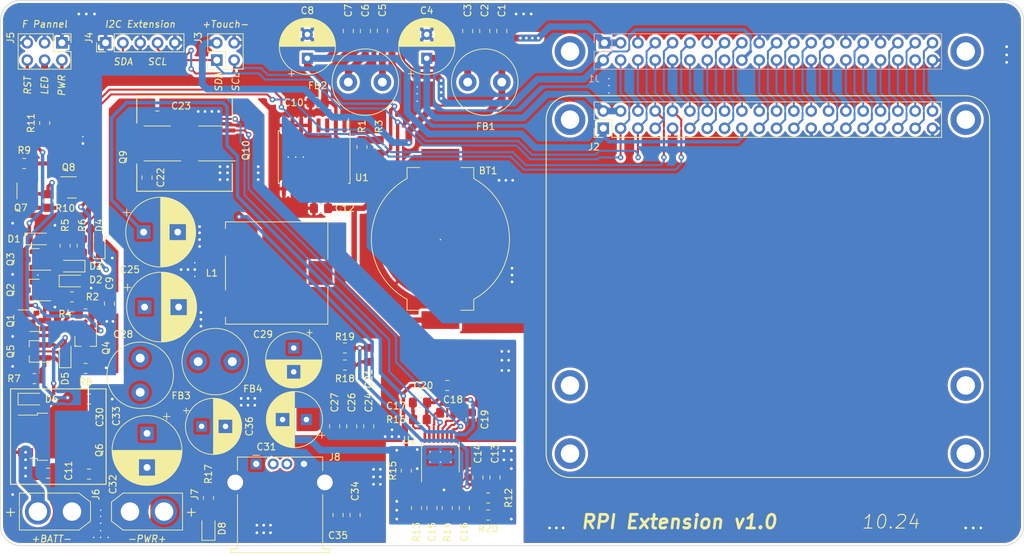
<source format=kicad_pcb>
(kicad_pcb (version 20211014) (generator pcbnew)
  (layers (0 "F.Cu" signal) (31 "B.Cu" signal) (34 "B.Paste" user) (35 "F.Paste" user) (36 "B.SilkS" user "B.Silkscreen") (37 "F.SilkS" user "F.Silkscreen") (38 "B.Mask" user) (39 "F.Mask" user) (44 "Edge.Cuts" user))
  (net 0 "")
  (net 1 "Net-(Q3-Pad1)")
  (net 2 "/Inter Connect/GPIO15(RXD)")
  (net 3 "GND")
  (net 4 "+BAT")
  (net 5 "/Inter Connect/RST_KEY")
  (net 6 "Net-(D2-Pad1)")
  (net 7 "Net-(D5-Pad1)")
  (net 8 "Net-(Q4-Pad3)")
  (net 9 "Net-(Q7-Pad3)")
  (net 10 "+PWR")
  (net 11 "Net-(Q7-Pad1)")
  (net 12 "/Inter Connect/5VP_F")
  (net 13 "/Inter Connect/3V3P_F")
  (net 14 "Net-(D5-Pad2)")
  (net 15 "/Inter Connect/PWR_LED")
  (net 16 "Net-(Q10-Pad4)")
  (net 17 "Net-(Q9-Pad4)")
  (net 18 "Net-(C13-Pad2)")
  (net 19 "+5V")
  (net 20 "/Inter Connect/PWR_KEY")
  (net 21 "/Inter Connect/GPIO14(TXD)")
  (net 22 "/Inter Connect/3V3P")
  (net 23 "/Inter Connect/5VP")
  (net 24 "/Inter Connect/GPIO2(SDA)")
  (net 25 "/Inter Connect/GPIO3(SCL)")
  (net 26 "/Inter Connect/GPIO4(GPCLK0)")
  (net 27 "/Inter Connect/GPIO17")
  (net 28 "/Inter Connect/GPIO18(PCM_CLK)")
  (net 29 "/Inter Connect/GPIO27")
  (net 30 "/Inter Connect/GPIO22")
  (net 31 "/Inter Connect/GPIO23")
  (net 32 "/Inter Connect/GPIO24")
  (net 33 "/Inter Connect/GPIO10(MOSI)")
  (net 34 "/Inter Connect/GPIO9(MISO)")
  (net 35 "/Inter Connect/GPIO25")
  (net 36 "/Inter Connect/GPIO11(SCLK)")
  (net 37 "/Inter Connect/GPIO8(CE0)")
  (net 38 "/Inter Connect/GPIO7(CE1)")
  (net 39 "/Inter Connect/GPIO0(ID_SD)")
  (net 40 "/Inter Connect/GPIO1(ID_SC)")
  (net 41 "/Inter Connect/GPIO5")
  (net 42 "/Inter Connect/GPIO6")
  (net 43 "/Inter Connect/GPIO12(PWM0)")
  (net 44 "/Inter Connect/GPIO13(PWM1)")
  (net 45 "/Inter Connect/GPIO19(PCM_FS)")
  (net 46 "/Inter Connect/GPIO16")
  (net 47 "/Inter Connect/GPIO26")
  (net 48 "/Inter Connect/GPIO20(PCM_DIN)")
  (net 49 "/Inter Connect/GPIO21(PCM_DOUT)")
  (net 50 "Net-(C15-Pad2)")
  (net 51 "Net-(C16-Pad2)")
  (net 52 "Net-(C17-Pad2)")
  (net 53 "Net-(C19-Pad2)")
  (net 54 "Net-(BT1-Pad1)")
  (net 55 "Net-(C13-Pad1)")
  (net 56 "Net-(C14-Pad1)")
  (net 57 "/DC-DC/VIN")
  (net 58 "/DC-DC/SW")
  (net 59 "Net-(C18-Pad2)")
  (net 60 "Net-(C21-Pad2)")
  (net 61 "/DC-DC/VOUT")
  (net 62 "Net-(D8-Pad2)")
  (net 65 "Net-(Q8-Pad3)")
  (net 66 "Net-(R13-Pad2)")
  (net 67 "Net-(R14-Pad2)")
  (net 71 "Net-(R15-Pad1)")
  (footprint "Connector_PinHeader_2.54mm:PinHeader_2x03_P2.54mm_Vertical" (layer "F.Cu") (at 69.025 56.23 -90)
    (fp_text reference "J5")
    (fp_text value "PLD6" hide)
  )
  (footprint "Connector_PinHeader_2.54mm:PinHeader_2x20_P2.54mm_Vertical" (layer "F.Cu") (at 148.37 68.77 90)
    (fp_text reference "J2")
    (fp_text value "PLD-40" hide)
  )
  (footprint "Capacitor_SMD:C_0805_2012Metric_Pad1.18x1.45mm_HandSolder" (layer "F.Cu") (at 112 125.5 -90)
    (fp_text reference "C34")
    (fp_text value "0.1uF" hide)
  )
  (footprint "Capacitor_SMD:C_0805_2012Metric_Pad1.18x1.45mm_HandSolder" (layer "F.Cu") (at 67 119.375 180)
    (fp_text reference "C11")
    (fp_text value "1.0uF" hide)
  )
  (footprint "Capacitor_SMD:C_0805_2012Metric_Pad1.18x1.45mm_HandSolder" (layer "F.Cu") (at 113.5 54.5 -90)
    (fp_text reference "C6")
    (fp_text value "0.1uF" hide)
  )
  (footprint "Resistor_SMD:R_0805_2012Metric_Pad1.20x1.40mm_HandSolder" (layer "F.Cu") (at 90.5 123 -90)
    (fp_text reference "R17")
    (fp_text value "180" hide)
  )
  (footprint "Capacitor_SMD:C_0805_2012Metric_Pad1.18x1.45mm_HandSolder" (layer "F.Cu") (at 83 65.5 180)
    (fp_text reference "C23")
    (fp_text value "10uF" hide)
  )
  (footprint "rpi-extension:CDEP147" (layer "F.Cu") (at 100.5 90 -90)
    (fp_text reference "L1")
    (fp_text value "6R1ML" hide)
  )
  (footprint "Resistor_SMD:R_0805_2012Metric_Pad1.20x1.40mm_HandSolder" (layer "F.Cu") (at 113 71.5 -90)
    (fp_text reference "R1")
    (fp_text value "-" hide)
  )
  (footprint "Package_TO_SOT_SMD:SOT-23_Handsoldering" (layer "F.Cu") (at 72.5 100 -90)
    (fp_text reference "Q4")
    (fp_text value "MMBF170" hide)
  )
  (footprint "MountingHole:MountingHole_2.7mm_M2.5_ISO7380_Pad" (layer "F.Cu") (at 143.5 116.5)
    (fp_text reference "REF**" hide)
    (fp_text value "MountingHole_2.7mm_M2.5_ISO7380_Pad" hide)
  )
  (footprint "Capacitor_SMD:C_0805_2012Metric_Pad1.18x1.45mm_HandSolder" (layer "F.Cu") (at 121.5 109 180)
    (fp_text reference "C17")
    (fp_text value "100" hide)
  )
  (footprint "Capacitor_SMD:C_0805_2012Metric_Pad1.18x1.45mm_HandSolder" (layer "F.Cu") (at 111.5 112.5 90)
    (fp_text reference "C26")
    (fp_text value "1.0uF" hide)
  )
  (footprint "Capacitor_SMD:C_0805_2012Metric_Pad1.18x1.45mm_HandSolder" (layer "F.Cu") (at 114 102 -90)
    (fp_text reference "C21")
    (fp_text value "-" hide)
  )
  (footprint "Capacitor_SMD:C_0805_2012Metric_Pad1.18x1.45mm_HandSolder" (layer "F.Cu") (at 73 108.5 180)
    (fp_text reference "C30")
    (fp_text value "0.1uF" hide)
  )
  (footprint "Package_SO:SOIC-8_3.9x4.9mm_P1.27mm" (layer "F.Cu") (at 83 71 180)
    (fp_text reference "Q9")
    (fp_text value "IRF8721" hide)
  )
  (footprint "MountingHole:MountingHole_2.7mm_M2.5_ISO7380_Pad" (layer "F.Cu") (at 143.5 57.5)
    (fp_text reference "REF**" hide)
    (fp_text value "MountingHole_2.7mm_M2.5_ISO7380_Pad" hide)
  )
  (footprint "MountingHole:MountingHole_2.7mm_M2.5_ISO7380_Pad" (layer "F.Cu") (at 201.5 67.5)
    (fp_text reference "REF**" hide)
    (fp_text value "MountingHole_2.7mm_M2.5_ISO7380_Pad" hide)
  )
  (footprint "Capacitor_SMD:C_0805_2012Metric_Pad1.18x1.45mm_HandSolder" (layer "F.Cu") (at 123.265 124.5 90)
    (fp_text reference "C15")
    (fp_text value "0.1uF" hide)
  )
  (footprint "Capacitor_SMD:C_0805_2012Metric_Pad1.18x1.45mm_HandSolder" (layer "F.Cu") (at 128.5 54.5 -90)
    (fp_text reference "C3")
    (fp_text value "10uF" hide)
  )
  (footprint "MountingHole:MountingHole_2.7mm_M2.5_ISO7380_Pad" (layer "F.Cu") (at 201.5 57.5)
    (fp_text reference "REF**" hide)
    (fp_text value "MountingHole_2.7mm_M2.5_ISO7380_Pad" hide)
  )
  (footprint "Resistor_SMD:R_0805_2012Metric_Pad1.20x1.40mm_HandSolder" (layer "F.Cu") (at 131.5 123 180)
    (fp_text reference "R12")
    (fp_text value "-" hide)
  )
  (footprint "Capacitor_SMD:C_0805_2012Metric_Pad1.18x1.45mm_HandSolder" (layer "F.Cu") (at 111 54.5 -90)
    (fp_text reference "C7")
    (fp_text value "10uF" hide)
  )
  (footprint "Resistor_SMD:R_0805_2012Metric_Pad1.20x1.40mm_HandSolder" (layer "F.Cu") (at 115.5 71.5 -90)
    (fp_text reference "R3")
    (fp_text value "-" hide)
  )
  (footprint "Capacitor_SMD:C_0805_2012Metric_Pad1.18x1.45mm_HandSolder" (layer "F.Cu") (at 109 112.5 90)
    (fp_text reference "C27")
    (fp_text value "10uF" hide)
  )
  (footprint "MountingHole:MountingHole_2.7mm_M2.5_ISO7380_Pad" (layer "F.Cu") (at 201.5 106.5)
    (fp_text reference "REF**" hide)
    (fp_text value "MountingHole_2.7mm_M2.5_ISO7380_Pad" hide)
  )
  (footprint "Capacitor_SMD:C_0805_2012Metric_Pad1.18x1.45mm_HandSolder" (layer "F.Cu") (at 107 80.5)
    (fp_text reference "C12")
    (fp_text value "0.1uF" hide)
  )
  (footprint "Package_TO_SOT_SMD:SOT-23_Handsoldering" (layer "F.Cu") (at 65 97)
    (fp_text reference "Q1")
    (fp_text value "MMBF170" hide)
  )
  (footprint "Diode_SMD:D_SOD-323_HandSoldering" (layer "F.Cu") (at 64.5 108.5)
    (fp_text reference "D6")
    (fp_text value "BZX384-B12" hide)
  )
  (footprint "Inductor_THT:L_Radial_D9.5mm_P5.00mm_Fastron_07HVP" (layer "F.Cu") (at 116 62 180)
    (fp_text reference "FB2")
    (fp_text value "RRH-95-50-160" hide)
  )
  (footprint "LED_SMD:LED_0805_2012Metric_Pad1.15x1.40mm_HandSolder" (layer "F.Cu") (at 90.5 127.35 90)
    (fp_text reference "D8")
    (fp_text value "FYLS-0805BPGC" hide)
  )
  (footprint "Capacitor_THT:CP_Radial_D10.0mm_P5.00mm" (layer "F.Cu") (at 81.5 113.529292 -90)
    (fp_text reference "C33")
    (fp_text value "470uF 25V" hide)
  )
  (footprint "Capacitor_THT:CP_Radial_D8.0mm_P3.50mm" (layer "F.Cu") (at 103 101 -90)
    (fp_text reference "C29")
    (fp_text value "470uF 10V" hide)
  )
  (footprint "Capacitor_SMD:C_0805_2012Metric_Pad1.18x1.45mm_HandSolder" (layer "F.Cu") (at 73 119.5 180)
    (fp_text reference "C32")
    (fp_text value "10uF" hide)
  )
  (footprint "Package_TO_SOT_SMD:SOT-23" (layer "F.Cu") (at 70.5 77.4375)
    (fp_text reference "Q8")
    (fp_text value "BC807-40" hide)
  )
  (footprint "Diode_SMD:D_SOD-323_HandSoldering" (layer "F.Cu") (at 70.5 89 180)
    (fp_text reference "D3")
    (fp_text value "1N4148W" hide)
  )
  (footprint "Diode_SMD:D_SOD-323_HandSoldering" (layer "F.Cu") (at 69.5 102 90)
    (fp_text reference "D5")
    (fp_text value "1N4148W" hide)
  )
  (footprint "Resistor_SMD:R_0805_2012Metric_Pad1.20x1.40mm_HandSolder" (layer "F.Cu") (at 67 79.4375 -90)
    (fp_text reference "R10")
    (fp_text value "51" hide)
  )
  (footprint "Capacitor_SMD:C_0805_2012Metric_Pad1.18x1.45mm_HandSolder" (layer "F.Cu") (at 132.5 120 90)
    (fp_text reference "C13")
    (fp_text value "-" hide)
  )
  (footprint "Diode_SMD:D_SOD-323_HandSoldering" (layer "F.Cu") (at 65.5 85)
    (fp_text reference "D1")
    (fp_text value "BZX384-B12" hide)
  )
  (footprint "Capacitor_THT:CP_Radial_D8.0mm_P3.50mm" (layer "F.Cu") (at 105 58.5 90)
    (fp_text reference "C8")
    (fp_text value "470uF 10V" hide)
  )
  (footprint "Capacitor_SMD:C_0805_2012Metric_Pad1.18x1.45mm_HandSolder" (layer "F.Cu") (at 106.5 65)
    (fp_text reference "C10")
    (fp_text value "1.0uF" hide)
  )
  (footprint "Capacitor_SMD:C_0805_2012Metric_Pad1.18x1.45mm_HandSolder" (layer "F.Cu") (at 114 112.5 90)
    (fp_text reference "C24")
    (fp_text value "0.1uF" hide)
  )
  (footprint "Resistor_SMD:R_0805_2012Metric_Pad1.20x1.40mm_HandSolder" (layer "F.Cu") (at 121 124.5 90)
    (fp_text reference "R13")
    (fp_text value "180K" hide)
  )
  (footprint "Capacitor_THT:CP_Radial_D10.0mm_P5.00mm" (layer "F.Cu") (at 81.132323 95)
    (fp_text reference "C28")
    (fp_text value "470uF 25V" hide)
  )
  (footprint "Resistor_SMD:R_0805_2012Metric_Pad1.20x1.40mm_HandSolder" (layer "F.Cu") (at 70.5 93.5 180)
    (fp_text reference "R2")
    (fp_text value "100K" hide)
  )
  (footprint "Resistor_SMD:R_0805_2012Metric_Pad1.20x1.40mm_HandSolder" (layer "F.Cu") (at 72.5 96)
    (fp_text reference "R4")
    (fp_text value "100K" hide)
  )
  (footprint "MountingHole:MountingHole_2.7mm_M2.5_ISO7380_Pad" (layer "F.Cu") (at 143.5 67.5)
    (fp_text reference "REF**" hide)
    (fp_text value "MountingHole_2.7mm_M2.5_ISO7380_Pad" hide)
  )
  (footprint "Package_TO_SOT_SMD:SOT-23" (layer "F.Cu") (at 64 77.4375 90)
    (fp_text reference "Q7")
    (fp_text value "BC807-40" hide)
  )
  (footprint "Resistor_SMD:R_0805_2012Metric_Pad1.20x1.40mm_HandSolder" (layer "F.Cu") (at 131.5 125.5 180)
    (fp_text reference "R20")
    (fp_text value "9.1K" hide)
  )
  (footprint "Package_TO_SOT_SMD:SOT-23_Handsoldering" (layer "F.Cu") (at 65 92.5 180)
    (fp_text reference "Q2")
    (fp_text value "MMBF170" hide)
  )
  (footprint "Resistor_SMD:R_0805_2012Metric_Pad1.20x1.40mm_HandSolder" (layer "F.Cu") (at 110.5 101)
    (fp_text reference "R19")
    (fp_text value "56K" hide)
  )
  (footprint "Diode_SMD:D_SOD-323_HandSoldering" (layer "F.Cu") (at 70.525 91.175)
    (fp_text reference "D2")
    (fp_text value "BZX384-B12" hide)
  )
  (footprint "Connector_PinHeader_2.54mm:PinHeader_2x02_P2.54mm_Vertical" (layer "F.Cu") (at 91.725 58.77 90)
    (fp_text reference "J3")
    (fp_text value "PLD4" hide)
  )
  (footprint "Capacitor_SMD:C_0805_2012Metric_Pad1.18x1.45mm_HandSolder" (layer "F.Cu") (at 76 94.5 90)
    (fp_text reference "C9")
    (fp_text value "1.0uF" hide)
  )
  (footprint "Resistor_SMD:R_0805_2012Metric_Pad1.20x1.40mm_HandSolder" (layer "F.Cu") (at 63.5 73.9375 180)
    (fp_text reference "R9")
    (fp_text value "51K" hide)
  )
  (footprint "Resistor_SMD:R_0805_2012Metric_Pad1.20x1.40mm_HandSolder" (layer "F.Cu") (at 69.5 86 90)
    (fp_text reference "R5")
    (fp_text value "51K" hide)
  )
  (footprint "Resistor_SMD:R_0805_2012Metric_Pad1.20x1.40mm_HandSolder" (layer "F.Cu") (at 72 86 90)
    (fp_text reference "R6")
    (fp_text value "220" hide)
  )
  (footprint "Resistor_SMD:R_0805_2012Metric_Pad1.20x1.40mm_HandSolder" (layer "F.Cu") (at 125.5 124.5 90)
    (fp_text reference "R14")
    (fp_text value "1.0K" hide)
  )
  (footprint "Resistor_SMD:R_0805_2012Metric_Pad1.20x1.40mm_HandSolder" (layer "F.Cu") (at 110.5 103.5)
    (fp_text reference "R18")
    (fp_text value "-" hide)
  )
  (footprint "Capacitor_THT:CP_Radial_D8.0mm_P3.50mm" (layer "F.Cu") (at 122.5 58.5 90)
    (fp_text reference "C4")
    (fp_text value "470uF 10V" hide)
  )
  (footprint "Capacitor_SMD:C_0805_2012Metric_Pad1.18x1.45mm_HandSolder" (layer "F.Cu") (at 125.5 106.5 180)
    (fp_text reference "C20")
    (fp_text value "0.1uF" hide)
  )
  (footprint "Package_SO:SOIC-16W_7.5x10.3mm_P1.27mm" (layer "F.Cu") (at 106 73 -90)
    (fp_text reference "U1")
    (fp_text value "DS3231M" hide)
  )
  (footprint "Battery:BatteryHolder_MPD_BC2003_1x2032" (layer "F.Cu") (at 124.5 85 90)
    (fp_text reference "BT1")
    (fp_text value "BC-2003" hide)
  )
  (footprint "Resistor_SMD:R_0805_2012Metric_Pad1.20x1.40mm_HandSolder" (layer "F.Cu") (at 66.5 68 90)
    (fp_text reference "R11")
    (fp_text value "470" hide)
  )
  (footprint "Diode_SMD:D_SOD-323_HandSoldering" (layer "F.Cu") (at 74.5 86 90)
    (fp_text reference "D4")
    (fp_text value "1N4148W" hide)
  )
  (footprint "Package_SO:SOIC-8_3.9x4.9mm_P1.27mm" (layer "F.Cu") (at 91 71 180)
    (fp_text reference "Q10")
    (fp_text value "IRF8721" hide)
  )
  (footprint "MountingHole:MountingHole_2.7mm_M2.5_ISO7380_Pad" (layer "F.Cu") (at 201.5 116.5)
    (fp_text reference "REF**" hide)
    (fp_text value "MountingHole_2.7mm_M2.5_ISO7380_Pad" hide)
  )
  (footprint "Capacitor_THT:CP_Radial_D8.0mm_P3.50mm" (layer "F.Cu") (at 89.5 112.5)
    (fp_text reference "C36")
    (fp_text value "470uF 10V" hide)
  )
  (footprint "MountingHole:MountingHole_2.7mm_M2.5_ISO7380_Pad" (layer "F.Cu") (at 143.5 106.5)
    (fp_text reference "REF**" hide)
    (fp_text value "MountingHole_2.7mm_M2.5_ISO7380_Pad" hide)
  )
  (footprint "Resistor_SMD:R_0805_2012Metric_Pad1.20x1.40mm_HandSolder" (layer "F.Cu") (at 72.5 104)
    (fp_text reference "R8")
    (fp_text value "220" hide)
  )
  (footprint "Inductor_THT:L_Radial_D9.5mm_P5.00mm_Fastron_07HVP" (layer "F.Cu") (at 94 103 180)
    (fp_text reference "FB4")
    (fp_text value "RRH-95-50-160" hide)
  )
  (footprint "Capacitor_SMD:C_0805_2012Metric_Pad1.18x1.45mm_HandSolder" (layer "F.Cu") (at 81.5 76 90)
    (fp_text reference "C22")
    (fp_text value "1.0uF" hide)
  )
  (footprint "Capacitor_THT:CP_Radial_D8.0mm_P3.50mm" (layer "F.Cu") (at 104.860604 111.5 180)
    (fp_text reference "C31")
    (fp_text value "470uF 10V" hide)
  )
  (footprint "Capacitor_SMD:C_0805_2012Metric_Pad1.18x1.45mm_HandSolder" (layer "F.Cu") (at 128 124.5 90)
    (fp_text reference "C16")
    (fp_text value "4700" hide)
  )
  (footprint "Inductor_THT:L_Radial_D9.5mm_P5.00mm_Fastron_07HVP" (layer "F.Cu") (at 80.5 102.5 -90)
    (fp_text reference "FB3")
    (fp_text value "RRH-95-50-160" hide)
  )
  (footprint "Package_TO_SOT_SMD:SOT-23_Handsoldering" (layer "F.Cu") (at 65 88 180)
    (fp_text reference "Q3")
    (fp_text value "MMBF170" hide)
  )
  (footprint "Inductor_THT:L_Radial_D9.5mm_P5.00mm_Fastron_07HVP" (layer "F.Cu") (at 133.5 62 180)
    (fp_text reference "FB1")
    (fp_text value "RRH-95-50-160" hide)
  )
  (footprint "Package_SO:HTSSOP-16-1EP_4.4x5mm_P0.65mm_EP3.4x5mm_Mask2.46x2.31mm_ThermalVias" (layer "F.Cu") (at 124.5 117 90)
    (fp_text reference "U2")
    (fp_text value "TPS40057PWP" hide)
  )
  (footprint "Capacitor_SMD:C_0805_2012Metric_Pad1.18x1.45mm_HandSolder" (layer "F.Cu") (at 116 54.4625 -90)
    (fp_text reference "C5")
    (fp_text value "0.1uF" hide)
  )
  (footprint "Connector_PinHeader_2.54mm:PinHeader_1x05_P2.54mm_Vertical" (layer "F.Cu") (at 75.425 56.23 90)
    (fp_text reference "J4")
    (fp_text value "PLS5" hide)
  )
  (footprint "Capacitor_SMD:C_0805_2012Metric_Pad1.18x1.45mm_HandSolder" (layer "F.Cu") (at 129 111.5 90)
    (fp_text reference "C19")
    (fp_text value "1.0uF" hide)
  )
  (footprint "Resistor_SMD:R_0805_2012Metric_Pad1.20x1.40mm_HandSolder" (layer "F.Cu") (at 119.5 119 90)
    (fp_text reference "R15")
    (fp_text value "68K" hide)
  )
  (footprint "Resistor_SMD:R_0805_2012Metric_Pad1.20x1.40mm_HandSolder" (layer "F.Cu") (at 65 105.5)
    (fp_text reference "R7")
    (fp_text value "51K" hide)
  )
  (footprint "Capacitor_SMD:C_0805_2012Metric_Pad1.18x1.45mm_HandSolder" (layer "F.Cu") (at 125.5 110.5 180)
    (fp_text reference "C18")
    (fp_text value "0.1uF" hide)
  )
  (footprint "Package_TO_SOT_SMD:SOT-23_Handsoldering" (layer "F.Cu") (at 65 101.5 180)
    (fp_text reference "Q5")
    (fp_text value "BC817-40" hide)
  )
  (footprint "Capacitor_SMD:C_0805_2012Metric_Pad1.18x1.45mm_HandSolder" (layer "F.Cu") (at 109.5 125.5 -90)
    (fp_text reference "C35")
    (fp_text value "10uF" hide)
  )
  (footprint "Capacitor_SMD:C_0805_2012Metric_Pad1.18x1.45mm_HandSolder" (layer "F.Cu") (at 133.5 54.5 -90)
    (fp_text reference "C1")
    (fp_text value "0.1uF" hide)
  )
  (footprint "Connector_USB:USB_A_Stewart_SS-52100-001_Horizontal" (layer "F.Cu") (at 97.5 118.01)
    (fp_text reference "J8")
    (fp_text value "USBA-G" hide)
  )
  (footprint "Capacitor_THT:CP_Radial_D10.0mm_P5.00mm" (layer "F.Cu") (at 81 84)
    (fp_text reference "C25")
    (fp_text value "470uF 25V" hide)
  )
  (footprint "Connector_AMASS:AMASS_XT30U-M_1x02_P5.0mm_Vertical" (layer "F.Cu") (at 70.5 125 180)
    (fp_text reference "J6")
    (fp_text value "XT30-M" hide)
  )
  (footprint "Capacitor_SMD:C_0805_2012Metric_Pad1.18x1.45mm_HandSolder" (layer "F.Cu") (at 130 120 90)
    (fp_text reference "C14")
    (fp_text value "-" hide)
  )
  (footprint "Package_TO_SOT_SMD:TO-252-2" (layer "F.Cu") (at 67.9 114.025)
    (fp_text reference "Q6")
    (fp_text value "AOD403" hide)
  )
  (footprint "Connector_AMASS:AMASS_XT30U-M_1x02_P5.0mm_Vertical" (layer "F.Cu") (at 79 125)
    (fp_text reference "J7")
    (fp_text value "XT30-M" hide)
  )
  (footprint "Resistor_SMD:R_0805_2012Metric_Pad1.20x1.40mm_HandSolder" (layer "F.Cu") (at 121.5 111.5)
    (fp_text reference "R16")
    (fp_text value "18K" hide)
  )
  (footprint "Capacitor_SMD:C_0805_2012Metric_Pad1.18x1.45mm_HandSolder" (layer "F.Cu") (at 131 54.5 -90)
    (fp_text reference "C2")
    (fp_text value "0.1uF" hide)
  )
  (footprint "Connector_PinHeader_2.54mm:PinHeader_2x20_P2.54mm_Vertical" (layer "B.Cu") (at 148.37 56.23 -90)
    (fp_text reference "J1")
    (fp_text value "PBD-40" hide)
  )
  (gr_line (start 80 78) (end 80 74) (layer "F.SilkS") (width 0.15))
  (gr_arc (start 143.5 120) (mid 141.025126 118.974874) (end 140 116.5) (layer "F.SilkS") (width 0.15))
  (gr_line (start 94 64) (end 94 68) (layer "F.SilkS") (width 0.15))
  (gr_line (start 80 64) (end 80 68) (layer "F.SilkS") (width 0.15))
  (gr_line locked (start 143.5 64) (end 201.5 64) (layer "F.SilkS") (width 0.15))
  (gr_line locked (start 205 116.5) (end 205 67.5) (layer "F.SilkS") (width 0.15))
  (gr_line (start 61.5 107) (end 75.5 107) (layer "F.SilkS") (width 0.15))
  (gr_line locked (start 140 67.5) (end 140 116.5) (layer "F.SilkS") (width 0.15))
  (gr_line (start 94 78) (end 94 74) (layer "F.SilkS") (width 0.15))
  (gr_line (start 61.5 121) (end 61.5 107) (layer "F.SilkS") (width 0.15))
  (gr_arc locked (start 140 67.5) (mid 141.025126 65.025126) (end 143.5 64) (layer "F.SilkS") (width 0.15))
  (gr_line (start 80 78) (end 94 78) (layer "F.SilkS") (width 0.15))
  (gr_line locked (start 143.5 120) (end 201.5 120) (layer "F.SilkS") (width 0.15))
  (gr_arc locked (start 201.5 64) (mid 203.974874 65.025126) (end 205 67.5) (layer "F.SilkS") (width 0.15))
  (gr_line (start 75.5 121) (end 61.5 121) (layer "F.SilkS") (width 0.15))
  (gr_arc locked (start 205 116.5) (mid 203.974874 118.974874) (end 201.5 120) (layer "F.SilkS") (width 0.15))
  (gr_line (start 75.5 107) (end 75.5 121) (layer "F.SilkS") (width 0.15))
  (gr_line (start 94 64) (end 80 64) (layer "F.SilkS") (width 0.15))
  (gr_arc (start 63 130) (mid 60.87868 129.12132) (end 60 127) (layer "Edge.Cuts") (width 0.1))
  (gr_arc (start 210 127) (mid 209.12132 129.12132) (end 207 130) (layer "Edge.Cuts") (width 0.1))
  (gr_arc (start 60 53) (mid 60.87868 50.87868) (end 63 50) (layer "Edge.Cuts") (width 0.1))
  (gr_line (start 63 50) (end 207 50) (layer "Edge.Cuts") (width 0.1))
  (gr_arc (start 207 50) (mid 209.12132 50.87868) (end 210 53) (layer "Edge.Cuts") (width 0.1))
  (gr_line (start 210 127) (end 210 53) (layer "Edge.Cuts") (width 0.1))
  (gr_line (start 207 130) (end 63 130) (layer "Edge.Cuts") (width 0.1))
  (gr_line (start 60 53) (end 60 127) (layer "Edge.Cuts") (width 0.1))
  (gr_text "SCL" (at 94.5 62 90) (layer "F.SilkS") (effects (font (size 1 1) (thickness 0.15) italic)))
  (gr_text "SDA" (at 78 59) (layer "F.SilkS") (effects (font (size 1 1) (thickness 0.15) italic)))
  (gr_text "RST" (at 64 62.5 90) (layer "F.SilkS") (effects (font (size 1 1) (thickness 0.15) italic)))
  (gr_text "SDA" (at 92 62 90) (layer "F.SilkS") (effects (font (size 1 1) (thickness 0.15) italic)))
  (gr_text "+Touch-" (at 93 53.5) (layer "F.SilkS") (effects (font (size 1 1) (thickness 0.15) italic)))
  (gr_text "-PWR+" (at 81.5 129) (layer "F.SilkS") (effects (font (size 1 1) (thickness 0.15) italic)))
  (gr_text "+BATT-" (at 67.5 129) (layer "F.SilkS") (effects (font (size 1 1) (thickness 0.15) italic)))
  (gr_text "SCL" (at 83 59) (layer "F.SilkS") (effects (font (size 1 1) (thickness 0.15) italic)))
  (gr_text "LED" (at 66.5 62.5 90) (layer "F.SilkS") (effects (font (size 1 1) (thickness 0.15) italic)))
  (gr_text "PWR" (at 69 62.5 90) (layer "F.SilkS") (effects (font (size 1 1) (thickness 0.15) italic)))
  (gr_text "RPI Extension v1.0" (at 159.5 126.5) (layer "F.SilkS") (effects (font (size 2 2) (thickness 0.4) italic)))
  (gr_text "F Pannel" (at 66.5 53.5) (layer "F.SilkS") (effects (font (size 1 1) (thickness 0.15) italic)))
  (gr_text "I2C Extension" (at 80.5 53.5) (layer "F.SilkS") (effects (font (size 1 1) (thickness 0.15) italic)))
  (gr_text "10.24" (at 190.5 126.5) (layer "F.SilkS") (effects (font (size 2 2) (thickness 0.15) italic)))
  (segment (start 66.5 88.95) (end 67.72 88.95) (width 0.5) (layer "F.Cu") (net 1))
  (segment (start 68.5 87) (end 69.5 87) (width 0.5) (layer "F.Cu") (net 1))
  (segment (start 68.08 87.42) (end 68.5 87) (width 0.5) (layer "F.Cu") (net 1))
  (segment (start 68.08 88.59) (end 68.08 87.42) (width 0.5) (layer "F.Cu") (net 1))
  (segment (start 72 87) (end 69.5 87) (width 0.5) (layer "F.Cu") (net 1))
  (segment (start 67.72 88.95) (end 68.08 88.59) (width 0.5) (layer "F.Cu") (net 1))
  (segment (start 73.84 81.56) (end 73.84 65.25) (width 0.3) (layer "F.Cu") (net 2))
  (segment (start 75.99 63.1) (end 99.9 63.1) (width 0.3) (layer "F.Cu") (net 2))
  (segment (start 159.8 73.04) (end 159.8 69.06) (width 0.3) (layer "F.Cu") (net 2))
  (segment (start 159.8 68.49) (end 159.8 69.06) (width 0.2) (layer "F.Cu") (net 2))
  (segment (start 72 85) (end 72 83.4) (width 0.3) (layer "F.Cu") (net 2))
  (segment (start 99.9 63.1) (end 101.2 64.4) (width 0.3) (layer "F.Cu") (net 2))
  (segment (start 159.8 67.5) (end 159.8 68.49) (width 0.3) (layer "F.Cu") (net 2))
  (segment (start 72 83.4) (end 73.84 81.56) (width 0.3) (layer "F.Cu") (net 2))
  (segment (start 158.53 66.23) (end 159.8 67.5) (width 0.3) (layer "F.Cu") (net 2))
  (segment (start 101.2 64.4) (end 101.2 65.66) (width 0.3) (layer "F.Cu") (net 2))
  (segment (start 73.84 65.25) (end 75.99 63.1) (width 0.3) (layer "F.Cu") (net 2))
  (via (at 159.8 73.04) (size 0.8) (drill 0.4) (layers "F.Cu" "B.Cu") (net 2))
  (via (at 101.2 65.66) (size 0.8) (drill 0.4) (layers "F.Cu" "B.Cu") (net 2))
  (segment (start 134.81 72.92) (end 116.93 72.92) (width 0.3) (layer "B.Cu") (net 2))
  (segment (start 113.62 69.61) (end 105.15 69.61) (width 0.3) (layer "B.Cu") (net 2))
  (segment (start 136.72 74.83) (end 134.81 72.92) (width 0.3) (layer "B.Cu") (net 2))
  (segment (start 157.257 57.497) (end 157.257 58.487) (width 0.3) (layer "B.Cu") (net 2))
  (segment (start 159.8 73.04) (end 159.81 73.05) (width 0.3) (layer "B.Cu") (net 2))
  (segment (start 157.257 63.567) (end 157.257 59.107) (width 0.3) (layer "B.Cu") (net 2))
  (segment (start 116.93 72.92) (end 113.62 69.61) (width 0.3) (layer "B.Cu") (net 2))
  (segment (start 159.81 73.05) (end 159.81 74.01) (width 0.3) (layer "B.Cu") (net 2))
  (segment (start 157.257 59.107) (end 157.257 58.487) (width 0.2) (layer "B.Cu") (net 2))
  (segment (start 158.99 74.83) (end 136.72 74.83) (width 0.3) (layer "B.Cu") (net 2))
  (segment (start 159.81 74.01) (end 158.99 74.83) (width 0.3) (layer "B.Cu") (net 2))
  (segment (start 158.527 64.837) (end 157.257 63.567) (width 0.3) (layer "B.Cu") (net 2))
  (segment (start 158.527 66.227) (end 158.527 64.837) (width 0.3) (layer "B.Cu") (net 2))
  (segment (start 158.527 56.227) (end 157.257 57.497) (width 0.3) (layer "B.Cu") (net 2))
  (segment (start 105.15 69.61) (end 101.2 65.66) (width 0.3) (layer "B.Cu") (net 2))
  (segment (start 124.825 121.621) (end 124.825 119.8625) (width 0.3) (layer "F.Cu") (net 3))
  (segment (start 125.0245 121.8205) (end 124.825 121.621) (width 0.3) (layer "F.Cu") (net 3))
  (segment (start 74.0375 108.5) (end 76.4 108.5) (width 1) (layer "F.Cu") (net 3))
  (via (at 75.5 103.9) (size 0.8) (drill 0.4) (layers "F.Cu" "B.Cu") (net 3))
  (via (at 73.3 92.2) (size 0.8) (drill 0.4) (layers "F.Cu" "B.Cu") (net 3))
  (via (at 118.4 114) (size 0.8) (drill 0.4) (layers "F.Cu" "B.Cu") (net 3))
  (via (at 74.7 124.8) (size 0.8) (drill 0.2) (layers "F.Cu" "B.Cu") (net 3))
  (via (at 68 95) (size 0.8) (drill 0.4) (layers "F.Cu" "B.Cu") (net 3))
  (via (at 98.6 128.1) (size 0.8) (drill 0.4) (layers "F.Cu" "B.Cu") (net 3))
  (via (at 73.8 52) (size 0.8) (drill 0.4) (layers "F.Cu" "B.Cu") (net 3))
  (via (at 95.3 108.4) (size 0.8) (drill 0.4) (layers "F.Cu" "B.Cu") (net 3))
  (via (at 89.2 84.1) (size 0.8) (drill 0.4) (layers "F.Cu" "B.Cu") (net 3))
  (via (at 89.4 96.8) (size 0.8) (drill 0.4) (layers "F.Cu" "B.Cu") (net 3))
  (via (at 115.7 121) (size 0.8) (drill 0.4) (layers "F.Cu" "B.Cu") (net 3))
  (via (at 118.1 123.5) (size 0.8) (drill 0.4) (layers "F.Cu" "B.Cu") (net 3))
  (via (at 121.1 62.7) (size 0.8) (drill 0.2) (layers "F.Cu" "B.Cu") (net 3))
  (via (at 87.5 89.5) (size 0.8) (drill 0.4) (layers "F.Cu" "B.Cu") (net 3))
  (via (at 74.7 127.8) (size 0.8) (drill 0.2) (layers "F.Cu" "B.Cu") (net 3))
  (via (at 116.4 114) (size 0.8) (drill 0.4) (layers "F.Cu" "B.Cu") (net 3))
  (via (at 89.4 95.8) (size 0.8) (drill 0.4) (layers "F.Cu" "B.Cu") (net 3))
  (via (at 134.9 126.1) (size 0.8) (drill 0.4) (layers "F.Cu" "B.Cu") (net 3))
  (via (at 137.8 52) (size 0.8) (drill 0.4) (layers "F.Cu" "B.Cu") (net 3))
  (via (at 118.1 124.8) (size 0.8) (drill 0.4) (layers "F.Cu" "B.Cu") (net 3))
  (via (at 97.8 74.4) (size 0.8) (drill 0.4) (layers "F.Cu" "B.Cu") (net 3))
  (via (at 89.2 86.1) (size 0.8) (drill 0.4) (layers "F.Cu" "B.Cu") (net 3))
  (via (at 149.2 61.5) (size 0.8) (drill 0.2) (layers "F.Cu" "B.Cu") (net 3))
  (via (at 89.2 83.2) (size 0.8) (drill 0.4) (layers "F.Cu" "B.Cu") (net 3))
  (via (at 203.7 127.4) (size 0.8) (drill 0.4) (layers "F.Cu" "B.Cu") (net 3))
  (via (at 96.3 109.4) (size 0.8) (drill 0.4) (layers "F.Cu" "B.Cu") (net 3))
  (via (at 134.9 116.1) (size 0.8) (drill 0.4) (layers "F.Cu" "B.Cu") (net 3))
  (via (at 99.6 127) (size 0.8) (drill 0.4) (layers "F.Cu" "B.Cu") (net 3))
  (via (at 121.1 118.7) (size 0.8) (drill 0.4) (layers "F.Cu" "B.Cu") (net 3))
  (via (at 90 66.3) (size 0.8) (drill 0.4) (layers "F.Cu" "B.Cu") (net 3))
  (via (at 97.6 127) (size 0.8) (drill 0.4) (layers "F.Cu" "B.Cu") (net 3))
  (via (at 93.3 76.3) (size 0.8) (drill 0.4) (layers "F.Cu" "B.Cu") (net 3))
  (via (at 133.8 117.4) (size 0.8) (drill 0.4) (layers "F.Cu" "B.Cu") (net 3))
  (via (at 72.1 70) (size 0.8) (drill 0.2) (layers "F.Cu" "B.Cu") (net 3))
  (via (at 121.1 64.8) (size 0.8) (drill 0.2) (layers "F.Cu" "B.Cu") (net 3))
  (via (at 201.5 127.4) (size 0.8) (drill 0.4) (layers "F.Cu" "B.Cu") (net 3))
  (via (at 114.7 119.9) (size 0.8) (drill 0.4) (layers "F.Cu" "B.Cu") (net 3))
  (via (at 114.7 121) (size 0.8) (drill 0.4) (layers "F.Cu" "B.Cu") (net 3))
  (via (at 121.1 115.9) (size 0.8) (drill 0.4) (layers "F.Cu" "B.Cu") (net 3))
  (via (at 68 83) (size 0.8) (drill 0.4) (layers "F.Cu" "B.Cu") (net 3))
  (via (at 97.3 108.4) (size 0.8) (drill 0.4) (layers "F.Cu" "B.Cu") (net 3))
  (via (at 89.2 85.1) (size 0.8) (drill 0.4) (layers "F.Cu" "B.Cu") (net 3))
  (via (at 117.4 113) (size 0.8) (drill 0.4) (layers "F.Cu" "B.Cu") (net 3))
  (via (at 61.8 99.3) (size 0.8) (drill 0.4) (layers "F.Cu" "B.Cu") (net 3))
  (via (at 134.9 117.4) (size 0.8) (drill 0.4) (layers "F.Cu" "B.Cu") (net 3))
  (via (at 75.6 97.1) (size 0.8) (drill 0.4) (layers "F.Cu" "B.Cu") (net 3))
  (via (at 88.5 88.5) (size 0.8) (drill 0.2) (layers "F.Cu" "B.Cu") (net 3))
  (via (at 92 66.3) (size 0.8) (drill 0.4) (layers "F.Cu" "B.Cu") (net 3))
  (via (at 121.1 63.7) (size 0.8) (drill 0.2) (layers "F.Cu" "B.Cu") (net 3))
  (via (at 98.6 127) (size 0.8) (drill 0.4) (layers "F.Cu" "B.Cu") (net 3))
  (via (at 135.6 52) (size 0.8) (drill 0.4) (layers "F.Cu" "B.Cu") (net 3))
  (via (at 135 89.3) (size 0.8) (drill 0.4) (layers "F.Cu" "B.Cu") (net 3))
  (via (at 72.1 71) (size 0.8) (drill 0.4) (layers "F.Cu" "B.Cu") (net 3))
  (via (at 61.8 122.5) (size 0.8) (drill 0.4) (layers "F.Cu" "B.Cu") (net 3))
  (via (at 133.5 102.8) (size 0.8) (drill 0.4) (layers "F.Cu" "B.Cu") (net 3))
  (via (at 149.2 62.5) (size 0.8) (drill 0.2) (layers "F.Cu" "B.Cu") (net 3))
  (via (at 97.3 109.4) (size 0.8) (drill 0.4) (layers "F.Cu" "B.Cu") (net 3))
  (via (at 207.5 58) (size 0.8) (drill 0.4) (layers "F.Cu" "B.Cu") (net 3))
  (via (at 65.5 90.3) (size 0.8) (drill 0.2) (layers "F.Cu" "B.Cu") (net 3))
  (via (at 134.5 101.5) (size 0.8) (drill 0.4) (layers "F.Cu" "B.Cu") (net 3))
  (via (at 88.5 89.5) (size 0.8) (drill 0.4) (layers "F.Cu" "B.Cu") (net 3))
  (via (at 134.5 102.8) (size 0.8) (drill 0.4) (layers "F.Cu" "B.Cu") (net 3))
  (via (at 93.3 75.3) (size 0.8) (drill 0.4) (layers "F.Cu" "B.Cu") (net 3))
  (via (at 115.7 118.8) (size 0.8) (drill 0.4) (layers "F.Cu" "B.Cu") (net 3))
  (via (at 71 100.7) (size 0.8) (drill 0.2) (layers "F.Cu" "B.Cu") (net 3))
  (via (at 135 90.3) (size 0.8) (drill 0.4) (layers "F.Cu" "B.Cu") (net 3))
  (via (at 141.5 127.4) (size 0.8) (drill 0.4) (layers "F.Cu" "B.Cu") (net 3))
  (via (at 142.5 127.4) (size 0.8) (drill 0.4) (layers "F.Cu" "B.Cu") (net 3))
  (via (at 134.5 104.3) (size 0.8) (drill 0.4) (layers "F.Cu" "B.Cu") (net 3))
  (via (at 61.8 103.7) (size 0.8) (drill 0.4) (layers "F.Cu" "B.Cu") (net 3))
  (via (at 133.8 116.1) (size 0.8) (drill 0.4) (layers "F.Cu" "B.Cu") (net 3))
  (via (at 124.5 85.1) (size 0.8) (drill 0.2) (layers "F.Cu" "B.Cu") (net 3))
  (via (at 93.3 74.4) (size 0.8) (drill 0.4) (layers "F.Cu" "B.Cu") (net 3))
  (via (at 125.0245 121.8205) (size 0.8) (drill 0.4) (layers "F.Cu" "B.Cu") (net 3))
  (via (at 76.4 108.5) (size 0.8) (drill 0.4) (layers "F.Cu" "B.Cu") (net 3))
  (via (at 207.5 56.8) (size 0.8) (drill 0.4) (layers "F.Cu" "B.Cu") (net 3))
  (via (at 92.2 76.3) (size 0.8) (drill 0.4) (layers "F.Cu" "B.Cu") (net 3))
  (via (at 61.8 90.2) (size 0.8) (drill 0.4) (layers "F.Cu" "B.Cu") (net 3))
  (via (at 136.7 52) (size 0.8) (drill 0.4) (layers "F.Cu" "B.Cu") (net 3))
  (via (at 134.1 76.4) (size 0.8) (drill 0.4) (layers "F.Cu" "B.Cu") (net 3))
  (via (at 91 66.3) (size 0.8) (drill 0.4) (layers "F.Cu" "B.Cu") (net 3))
  (via (at 103.3 73) (size 0.8) (drill 0.2) (layers "F.Cu" "B.Cu") (net 3))
  (via (at 89 66.3) (size 0.8) (drill 0.4) (layers "F.Cu" "B.Cu") (net 3))
  (via (at 92.2 74.4) (size 0.8) (drill 0.4) (layers "F.Cu" "B.Cu") (net 3))
  (via (at 97.8 75.3) (size 0.8) (drill 0.4) (layers "F.Cu" "B.Cu") (net 3))
  (via (at 99.6 128.1) (size 0.8) (drill 0.4) (layers "F.Cu" "B.Cu") (net 3))
  (via (at 88.5 90.5) (size 0.8) (drill 0.2) (layers "F.Cu" "B.Cu") (net 3))
  (via (at 74.7 126.7) (size 0.8) (drill 0.2) (layers "F.Cu" "B.Cu") (net 3))
  (via (at 73.7 128.8) (size 0.8) (drill 0.2) (layers "F.Cu" "B.Cu") (net 3))
  (via (at 149.2 63.6) (size 0.8) (drill 0.2) (layers "F.Cu" "B.Cu") (net 3))
  (via (at 61.8 82.7) (size 0.8) (drill 0.4) (layers "F.Cu" "B.Cu") (net 3))
  (via (at 117.4 114) (size 0.8) (drill 0.4) (layers "F.Cu" "B.Cu") (net 3))
  (via (at 102.2 73) (size 0.8) (drill 0.2) (layers "F.Cu" "B.Cu") (net 3))
  (via (at 76.5 97.1) (size 0.8) (drill 0.4) (layers "F.Cu" "B.Cu") (net 3))
  (via (at 86.5 89.5) (size 0.8) (drill 0.4) (layers "F.Cu" "B.Cu") (net 3))
  (via (at 89.4 97.8) (size 0.8) (drill 0.4) (layers "F.Cu" "B.Cu") (net 3))
  (via (at 133.5 101.5) (size 0.8) (drill 0.4) (layers "F.Cu" "B.Cu") (net 3))
  (via (at 133.5 104.3) (size 0.8) (drill 0.4) (layers "F.Cu" "B.Cu") (net 3))
  (via (at 202.6 127.4) (size 0.8) (drill 0.4) (layers "F.Cu" "B.Cu") (net 3))
  (via (at 135 91.3) (size 0.8) (drill 0.4) (layers "F.Cu" "B.Cu") (net 3))
  (via (at 72.6 52) (size 0.8) (drill 0.4) (layers "F.Cu" "B.Cu") (net 3))
  (via (at 118.1 126.1) (size 0.8) (drill 0.4) (layers "F.Cu" "B.Cu") (net 3))
  (via (at 92.2 75.3) (size 0.8) (drill 0.4) (layers "F.Cu" "B.Cu") (net 3))
  (via (at 96.3 108.4) (size 0.8) (drill 0.4) (layers "F.Cu" "B.Cu") (net 3))
  (via (at 118.1 116) (size 0.8) (drill 0.4) (layers "F.Cu" "B.Cu") (net 3))
  (via (at 76.4 87.8) (size 0.8) (drill 0.4) (layers "F.Cu" "B.Cu") (net 3))
  (via (at 104.4 73) (size 0.8) (drill 0.2) (layers "F.Cu" "B.Cu") (net 3))
  (via (at 140.5 127.4) (size 0.8) (drill 0.4) (layers "F.Cu" "B.Cu") (net 3))
  (via (at 95.3 109.4) (size 0.8) (drill 0.4) (layers "F.Cu" "B.Cu") (net 3))
  (via (at 133.1 76.4) (size 0.8) (drill 0.4) (layers "F.Cu" "B.Cu") (net 3))
  (via (at 115.7 119.9) (size 0.8) (drill 0.4) (layers "F.Cu" "B.Cu") (net 3))
  (via (at 207.5 59.1) (size 0.8) (drill 0.4) (layers "F.Cu" "B.Cu") (net 3))
  (via (at 71.5 52) (size 0.8) (drill 0.4) (layers "F.Cu" "B.Cu") (net 3))
  (via (at 97.8 76.3) (size 0.8) (drill 0.4) (layers "F.Cu" "B.Cu") (net 3))
  (via (at 97.6 128.1) (size 0.8) (drill 0.4) (layers "F.Cu" "B.Cu") (net 3))
  (via (at 134.9 118.7) (size 0.8) (drill 0.4) (layers "F.Cu" "B.Cu") (net 3))
  (via (at 74.7 128.8) (size 0.8) (drill 0.2) (layers "F.Cu" "B.Cu") (net 3))
  (via (at 74.7 125.7) (size 0.8) (drill 0.2) (layers "F.Cu" "B.Cu") (net 3))
  (via (at 114.7 118.8) (size 0.8) (drill 0.4) (layers "F.Cu" "B.Cu") (net 3))
  (via (at 135.1 76.4) (size 0.8) (drill 0.4) (layers "F.Cu" "B.Cu") (net 3))
  (via (at 75.8 128.8) (size 0.8) (drill 0.2) (layers "F.Cu" "B.Cu") (net 3))
  (segment (start 105.43 114.48) (end 101.75 114.48) (width 1) (layer "B.Cu") (net 3))
  (segment (start 101.360604 114.090604) (end 101.360604 111.5) (width 1) (layer "B.Cu") (net 3))
  (segment (start 118.1 116) (end 106.95 116) (width 1) (layer "B.Cu") (net 3))
  (segment (start 106.95 116) (end 105.43 114.48) (width 1) (layer "B.Cu") (net 3))
  (segment (start 101.75 114.48) (end 101.360604 114.090604) (width 1) (layer "B.Cu") (net 3))
  (segment (start 63.7 120.4) (end 63.7 116.305) (width 2) (layer "F.Cu") (net 4))
  (segment (start 71.5 96) (end 70.45 96) (width 0.5) (layer "F.Cu") (net 4))
  (segment (start 69.52 96.93) (end 69.52 97.85) (width 0.5) (layer "F.Cu") (net 4))
  (segment (start 76 93.4625) (end 73.9775 93.4625) (width 0.5) (layer "F.Cu") (net 4))
  (segment (start 69.52 97.85) (end 68.2 99.17) (width 0.5) (layer "F.Cu") (net 4))
  (segment (start 65.9625 119.375) (end 64.725 119.375) (width 2) (layer "F.Cu") (net 4))
  (segment (start 64.725 119.375) (end 63.7 120.4) (width 2) (layer "F.Cu") (net 4))
  (segment (start 64.81 99.17) (end 63.5 100.48) (width 0.5) (layer "F.Cu") (net 4))
  (segment (start 65.5 125) (end 65.5 122.2) (width 2) (layer "F.Cu") (net 4))
  (segment (start 70.45 96) (end 69.52 96.93) (width 0.5) (layer "F.Cu") (net 4))
  (segment (start 61.96 108.5) (end 61.65 108.81) (width 0.5) (layer "F.Cu") (net 4))
  (segment (start 63.25 108.5) (end 61.96 108.5) (width 0.5) (layer "F.Cu") (net 4))
  (segment (start 63.25 108.5) (end 63.25 107.47) (width 0.5) (layer "F.Cu") (net 4))
  (segment (start 63.5 101.5) (end 63.5 103.24) (width 0.5) (layer "F.Cu") (net 4))
  (segment (start 63.25 107.47) (end 64 106.72) (width 0.5) (layer "F.Cu") (net 4))
  (segment (start 64 103.74) (end 64 105.5) (width 0.5) (layer "F.Cu") (net 4))
  (segment (start 63.5 100.48) (end 63.5 101.5) (width 0.5) (layer "F.Cu") (net 4))
  (segment (start 63.5 103.24) (end 64 103.74) (width 0.5) (layer "F.Cu") (net 4))
  (segment (start 73.94 93.5) (end 73.9775 93.4625) (width 0.5) (layer "F.Cu") (net 4))
  (segment (start 71.5 93.5) (end 73.94 93.5) (width 0.5) (layer "F.Cu") (net 4))
  (segment (start 64 106.72) (end 64 105.5) (width 0.5) (layer "F.Cu") (net 4))
  (segment (start 61.905 116.305) (end 61.65 116.05) (width 0.5) (layer "F.Cu") (net 4))
  (segment (start 71.5 93.5) (end 71.5 96) (width 0.5) (layer "F.Cu") (net 4))
  (segment (start 68.2 99.17) (end 64.81 99.17) (width 0.5) (layer "F.Cu") (net 4))
  (segment (start 61.65 116.05) (end 61.65 108.81) (width 0.5) (layer "F.Cu") (net 4))
  (segment (start 63.7 116.305) (end 61.905 116.305) (width 0.5) (layer "F.Cu") (net 4))
  (segment (start 65.5 122.2) (end 63.7 120.4) (width 2) (layer "F.Cu") (net 4))
  (via (at 63.7 119.8) (size 0.8) (drill 0.4) (layers "F.Cu" "B.Cu") (net 4))
  (via (at 63.7 117.4) (size 0.8) (drill 0.4) (layers "F.Cu" "B.Cu") (net 4))
  (via (at 63.7 118.6) (size 0.8) (drill 0.4) (layers "F.Cu" "B.Cu") (net 4))
  (via (at 63.7 116.3) (size 0.8) (drill 0.4) (layers "F.Cu" "B.Cu") (net 4))
  (segment (start 65.5 122.2) (end 63.7 120.4) (width 2) (layer "B.Cu") (net 4))
  (segment (start 63.7 120.4) (end 63.7 116.3) (width 2) (layer "B.Cu") (net 4))
  (segment (start 65.5 125) (end 65.5 122.2) (width 2) (layer "B.Cu") (net 4))
  (segment (start 63.5 96.05) (end 63.5 94.7) (width 0.5) (layer "F.Cu") (net 5))
  (segment (start 73.45 97.16) (end 73.5 97.11) (width 0.5) (layer "F.Cu") (net 5))
  (segment (start 74.67 98.5) (end 74.72 98.45) (width 0.5) (layer "F.Cu") (net 5))
  (segment (start 63.55 94.75) (end 63.5 94.7) (width 0.5) (layer "F.Cu") (net 5))
  (segment (start 64.25 85.82) (end 64.25 85) (width 0.5) (layer "F.Cu") (net 5))
  (segment (start 73.45 98.5) (end 74.67 98.5) (width 0.5) (layer "F.Cu") (net 5))
  (segment (start 63.5 88) (end 63.5 92.5) (width 0.5) (layer "F.Cu") (net 5))
  (segment (start 65.6 71.73) (end 66.17 72.3) (width 0.5) (layer "F.Cu") (net 5))
  (segment (start 73.5 97.11) (end 73.5 96) (width 0.5) (layer "F.Cu") (net 5))
  (segment (start 66.17 72.3) (end 66.19 72.3) (width 0.5) (layer "F.Cu") (net 5))
  (segment (start 63.5 86.57) (end 64.25 85.82) (width 0.5) (layer "F.Cu") (net 5))
  (segment (start 63.5 88) (end 63.5 86.57) (width 0.5) (layer "F.Cu") (net 5))
  (segment (start 73.45 98.5) (end 73.45 97.16) (width 0.5) (layer "F.Cu") (net 5))
  (segment (start 63.5 94.7) (end 63.5 92.5) (width 0.5) (layer "F.Cu") (net 5))
  (segment (start 63.945 58.77) (end 63.945 70.075) (width 0.5) (layer "F.Cu") (net 5))
  (segment (start 64.25 82.7) (end 64.26 82.69) (width 0.5) (layer "F.Cu") (net 5))
  (segment (start 64.25 85) (end 64.25 82.7) (width 0.5) (layer "F.Cu") (net 5))
  (segment (start 65.13 94.75) (end 63.55 94.75) (width 0.5) (layer "F.Cu") (net 5))
  (segment (start 63.945 70.075) (end 65.6 71.73) (width 0.5) (layer "F.Cu") (net 5))
  (via (at 74.72 98.45) (size 0.8) (drill 0.4) (layers "F.Cu" "B.Cu") (net 5))
  (via (at 66.19 72.3) (size 0.8) (drill 0.4) (layers "F.Cu" "B.Cu") (net 5))
  (via (at 65.13 94.75) (size 0.8) (drill 0.4) (layers "F.Cu" "B.Cu") (net 5))
  (via (at 64.26 82.69) (size 0.8) (drill 0.4) (layers "F.Cu" "B.Cu") (net 5))
  (segment (start 66.19 80.76) (end 64.26 82.69) (width 0.5) (layer "B.Cu") (net 5))
  (segment (start 68.21 96.32) (end 66.7 96.32) (width 0.5) (layer "B.Cu") (net 5))
  (segment (start 66.7 96.32) (end 65.13 94.75) (width 0.5) (layer "B.Cu") (net 5))
  (segment (start 66.19 72.3) (end 66.19 80.76) (width 0.5) (layer "B.Cu") (net 5))
  (segment (start 72.59 96.32) (end 68.21 96.32) (width 0.5) (layer "B.Cu") (net 5))
  (segment (start 74.72 98.45) (end 72.59 96.32) (width 0.5) (layer "B.Cu") (net 5))
  (segment (start 69.275 91.175) (end 69.275 92.235) (width 0.5) (layer "F.Cu") (net 6))
  (segment (start 69.25 89) (end 69.25 90.16) (width 0.5) (layer "F.Cu") (net 6))
  (segment (start 66.5 93.45) (end 67.95 93.45) (width 0.5) (layer "F.Cu") (net 6))
  (segment (start 66.5 97) (end 66.5 93.45) (width 0.5) (layer "F.Cu") (net 6))
  (segment (start 69.25 90.16) (end 69.275 90.185) (width 0.5) (layer "F.Cu") (net 6))
  (segment (start 67.95 93.45) (end 68 93.5) (width 0.5) (layer "F.Cu") (net 6))
  (segment (start 69.275 92.235) (end 69.5 92.46) (width 0.5) (layer "F.Cu") (net 6))
  (segment (start 69.275 90.185) (end 69.275 91.175) (width 0.5) (layer "F.Cu") (net 6))
  (segment (start 69.5 92.46) (end 69.5 93.5) (width 0.5) (layer "F.Cu") (net 6))
  (segment (start 68 93.5) (end 69.5 93.5) (width 0.5) (layer "F.Cu") (net 6))
  (segment (start 68.03 102.45) (end 66.5 102.45) (width 0.5) (layer "F.Cu") (net 7))
  (segment (start 71.5 104) (end 70.84 104) (width 0.5) (layer "F.Cu") (net 7))
  (segment (start 70.84 104) (end 70.09 103.25) (width 0.5) (layer "F.Cu") (net 7))
  (segment (start 66.5 103.65) (end 66.5 102.45) (width 0.5) (layer "F.Cu") (net 7))
  (segment (start 68.83 103.25) (end 68.03 102.45) (width 0.5) (layer "F.Cu") (net 7))
  (segment (start 70.09 103.25) (end 69.5 103.25) (width 0.5) (layer "F.Cu") (net 7))
  (segment (start 66 105.5) (end 66 104.15) (width 0.5) (layer "F.Cu") (net 7))
  (segment (start 66 104.15) (end 66.5 103.65) (width 0.5) (layer "F.Cu") (net 7))
  (segment (start 69.5 103.25) (end 68.83 103.25) (width 0.5) (layer "F.Cu") (net 7))
  (segment (start 72.5 101.5) (end 73.02 101.5) (width 0.5) (layer "F.Cu") (net 8))
  (segment (start 73.5 101.98) (end 73.5 104) (width 0.5) (layer "F.Cu") (net 8))
  (segment (start 73.02 101.5) (end 73.5 101.98) (width 0.5) (layer "F.Cu") (net 8))
  (segment (start 64.5 75.15) (end 64.5 73.9375) (width 0.8) (layer "F.Cu") (net 9))
  (segment (start 64 75.65) (end 64.5 75.15) (width 0.8) (layer "F.Cu") (net 9))
  (segment (start 64 76.5) (end 64 75.65) (width 0.8) (layer "F.Cu") (net 9))
  (segment (start 69.5625 75.7025) (end 67.7975 73.9375) (width 0.6) (layer "F.Cu") (net 9))
  (segment (start 69.5625 76.4875) (end 69.5625 75.7025) (width 0.6) (layer "F.Cu") (net 9))
  (segment (start 64.5 73.9375) (end 67.7975 73.9375) (width 0.6) (layer "F.Cu") (net 9))
  (segment (start 67 77.33) (end 67.58 76.75) (width 0.5) (layer "F.Cu") (net 10))
  (segment (start 65.8675 78.4375) (end 67 78.4375) (width 0.5) (layer "F.Cu") (net 10))
  (segment (start 65.805 78.375) (end 65.8675 78.4375) (width 0.5) (layer "F.Cu") (net 10))
  (segment (start 64.95 78.375) (end 65.805 78.375) (width 0.5) (layer "F.Cu") (net 10))
  (segment (start 67 78.4375) (end 67 77.33) (width 0.5) (layer "F.Cu") (net 10))
  (via (at 67.58 76.75) (size 0.8) (drill 0.4) (layers "F.Cu" "B.Cu") (net 10))
  (via (at 69.86 108.29) (size 0.8) (drill 0.4) (layers "F.Cu" "B.Cu") (net 10))
  (segment (start 68.04 108.29) (end 69.86 108.29) (width 0.5) (layer "B.Cu") (net 10))
  (segment (start 63.99 84.95) (end 63.99 95.6) (width 0.5) (layer "B.Cu") (net 10))
  (segment (start 67.58 76.75) (end 67.58 81.36) (width 0.5) (layer "B.Cu") (net 10))
  (segment (start 66.37 106.62) (end 68.04 108.29) (width 0.5) (layer "B.Cu") (net 10))
  (segment (start 66.37 97.98) (end 66.37 106.62) (width 0.5) (layer "B.Cu") (net 10))
  (segment (start 63.99 95.6) (end 66.37 97.98) (width 0.5) (layer "B.Cu") (net 10))
  (segment (start 67.58 81.36) (end 63.99 84.95) (width 0.5) (layer "B.Cu") (net 10))
  (segment (start 63.05 79.58) (end 63.05 78.375) (width 0.6) (layer "F.Cu") (net 11))
  (segment (start 67 80.4375) (end 68.3325 80.4375) (width 0.6) (layer "F.Cu") (net 11))
  (segment (start 67 80.4375) (end 63.9075 80.4375) (width 0.6) (layer "F.Cu") (net 11))
  (segment (start 69.5625 78.3875) (end 69.5625 79.2075) (width 0.6) (layer "F.Cu") (net 11))
  (segment (start 68.3325 80.4375) (end 69.5625 79.2075) (width 0.6) (layer "F.Cu") (net 11))
  (segment (start 63.9075 80.4375) (end 63.05 79.58) (width 0.6) (layer "F.Cu") (net 11))
  (segment (start 128.5 60) (end 128.5 62) (width 1) (layer "F.Cu") (net 12))
  (segment (start 125.5375 58.5) (end 128.5 55.5375) (width 1) (layer "F.Cu") (net 12))
  (segment (start 131 55.5375) (end 128.5 55.5375) (width 1) (layer "F.Cu") (net 12))
  (segment (start 131 55.5375) (end 131 57.5) (width 1) (layer "F.Cu") (net 12))
  (segment (start 122.5 58.5) (end 125.5375 58.5) (width 1) (layer "F.Cu") (net 12))
  (segment (start 131 57.5) (end 128.5 60) (width 1) (layer "F.Cu") (net 12))
  (segment (start 122.5 66) (end 123.74 67.24) (width 1) (layer "B.Cu") (net 12))
  (segment (start 122.5 58.5) (end 122.5 66) (width 1) (layer "B.Cu") (net 12))
  (segment (start 136.68 67.24) (end 140.15 63.77) (width 1) (layer "B.Cu") (net 12))
  (segment (start 140.15 63.77) (end 145.91 63.77) (width 1) (layer "B.Cu") (net 12))
  (segment (start 145.91 63.77) (end 148.37 66.23) (width 1) (layer "B.Cu") (net 12))
  (segment (start 150.91 66.23) (end 148.37 66.23) (width 1) (layer "B.Cu") (net 12))
  (segment (start 123.74 67.24) (end 136.68 67.24) (width 1) (layer "B.Cu") (net 12))
  (segment (start 105 58.5) (end 108.0375 58.5) (width 1) (layer "F.Cu") (net 13))
  (segment (start 105 59.49) (end 107.5375 62.0275) (width 1) (layer "F.Cu") (net 13))
  (segment (start 109.175 68.35) (end 109.175 69.975) (width 0.5) (layer "F.Cu") (net 13))
  (segment (start 115.5 70.5) (end 113 70.5) (width 1) (layer "F.Cu") (net 13))
  (segment (start 109.175 65.685) (end 108.49 65) (width 0.5) (layer "F.Cu") (net 13))
  (segment (start 109.7 70.5) (end 109.175 69.975) (width 0.5) (layer "F.Cu") (net 13))
  (segment (start 111 60.49) (end 111 62) (width 1) (layer "F.Cu") (net 13))
  (segment (start 108.49 65) (end 107.5375 65) (width 0.5) (layer "F.Cu") (net 13))
  (segment (start 113.5 55.5375) (end 111 55.5375) (width 1) (layer "F.Cu") (net 13))
  (segment (start 113 70.5) (end 109.7 70.5) (width 0.5) (layer "F.Cu") (net 13))
  (segment (start 105 58.5) (end 105 59.49) (width 1) (layer "F.Cu") (net 13))
  (segment (start 109.175 68.35) (end 109.175 65.685) (width 0.5) (layer "F.Cu") (net 13))
  (segment (start 107.5375 62.0275) (end 107.5375 65) (width 1) (layer "F.Cu") (net 13))
  (segment (start 113.5 57.99) (end 111 60.49) (width 1) (layer "F.Cu") (net 13))
  (segment (start 108.0375 58.5) (end 111 55.5375) (width 1) (layer "F.Cu") (net 13))
  (segment (start 113.5 55.5375) (end 113.5 57.99) (width 1) (layer "F.Cu") (net 13))
  (segment (start 168.06 70.75) (end 149.22 70.75) (width 0.5) (layer "B.Cu") (net 13))
  (segment (start 119.63 66.46) (end 122.76 69.59) (width 1) (layer "B.Cu") (net 13))
  (segment (start 149.22 70.75) (end 148.37 69.9) (width 0.5) (layer "B.Cu") (net 13))
  (segment (start 148.37 69.9) (end 146.67 71.6) (width 1) (layer "B.Cu") (net 13))
  (segment (start 118.04 58.5) (end 119.63 60.09) (width 1) (layer "B.Cu") (net 13))
  (segment (start 105 58.5) (end 118.04 58.5) (width 1) (layer "B.Cu") (net 13))
  (segment (start 148.37 68.77) (end 148.37 69.9) (width 1) (layer "B.Cu") (net 13))
  (segment (start 168.69 70.12) (end 168.06 70.75) (width 0.5) (layer "B.Cu") (net 13))
  (segment (start 136.38 69.59) (end 138.39 71.6) (width 1) (layer "B.Cu") (net 13))
  (segment (start 122.76 69.59) (end 136.38 69.59) (width 1) (layer "B.Cu") (net 13))
  (segment (start 168.69 68.77) (end 168.69 70.12) (width 0.5) (layer "B.Cu") (net 13))
  (segment (start 119.63 60.09) (end 119.63 66.46) (width 1) (layer "B.Cu") (net 13))
  (segment (start 138.39 71.6) (end 146.67 71.6) (width 1) (layer "B.Cu") (net 13))
  (segment (start 66.5 100.55) (end 67.9 100.55) (width 0.5) (layer "F.Cu") (net 14))
  (segment (start 67.82 107.93) (end 67.82 106.19) (width 0.5) (layer "F.Cu") (net 14))
  (segment (start 69.5 100.75) (end 69.5 99.5) (width 0.5) (layer "F.Cu") (net 14))
  (segment (start 64.44 109.96) (end 65.53 109.96) (width 0.5) (layer "F.Cu") (net 14))
  (segment (start 67.25 108.5) (end 67.82 107.93) (width 0.5) (layer "F.Cu") (net 14))
  (segment (start 65.53 109.96) (end 65.75 109.74) (width 0.5) (layer "F.Cu") (net 14))
  (segment (start 63.7 111.745) (end 63.7 110.7) (width 0.5) (layer "F.Cu") (net 14))
  (segment (start 67.9 100.55) (end 68.1 100.75) (width 0.5) (layer "F.Cu") (net 14))
  (segment (start 67.82 106.19) (end 67.81 106.18) (width 0.5) (layer "F.Cu") (net 14))
  (segment (start 65.75 109.74) (end 65.75 108.5) (width 0.5) (layer "F.Cu") (net 14))
  (segment (start 68.1 100.75) (end 69.5 100.75) (width 0.5) (layer "F.Cu") (net 14))
  (segment (start 65.75 108.5) (end 67.25 108.5) (width 0.5) (layer "F.Cu") (net 14))
  (segment (start 63.7 110.7) (end 64.44 109.96) (width 0.5) (layer "F.Cu") (net 14))
  (via (at 69.5 99.5) (size 0.8) (drill 0.4) (layers "F.Cu" "B.Cu") (net 14))
  (via (at 67.81 106.18) (size 0.8) (drill 0.4) (layers "F.Cu" "B.Cu") (net 14))
  (segment (start 67.81 101.19) (end 69.5 99.5) (width 0.5) (layer "B.Cu") (net 14))
  (segment (start 67.81 106.18) (end 67.81 101.19) (width 0.5) (layer "B.Cu") (net 14))
  (segment (start 66.485 58.77) (end 66.485 66.985) (width 1) (layer "F.Cu") (net 15))
  (segment (start 66.485 66.985) (end 66.5 67) (width 1) (layer "F.Cu") (net 15))
  (segment (start 96.4 69.7) (end 95.795 69.095) (width 0.3) (layer "F.Cu") (net 16))
  (segment (start 126.222073 113.12511) (end 126.457183 112.89) (width 0.3) (layer "F.Cu") (net 16))
  (segment (start 95.795 69.095) (end 93.475 69.095) (width 0.3) (layer "F.Cu") (net 16))
  (segment (start 127.212694 112.522357) (end 127.459021 112.522357) (width 0.3) (layer "F.Cu") (net 16))
  (segment (start 126.125 113.185) (end 126.18489 113.12511) (width 0.3) (layer "F.Cu") (net 16))
  (segment (start 126.18489 113.12511) (end 126.222073 113.12511) (width 0.3) (layer "F.Cu") (net 16))
  (segment (start 126.845051 112.89) (end 127.212694 112.522357) (width 0.3) (layer "F.Cu") (net 16))
  (segment (start 126.125 114.1375) (end 126.125 113.185) (width 0.3) (layer "F.Cu") (net 16))
  (segment (start 126.457183 112.89) (end 126.845051 112.89) (width 0.3) (layer "F.Cu") (net 16))
  (via (at 127.459021 112.522357) (size 0.8) (drill 0.4) (layers "F.Cu" "B.Cu") (net 16))
  (via (at 96.4 69.7) (size 0.8) (drill 0.4) (layers "F.Cu" "B.Cu") (net 16))
  (segment (start 118 103.1) (end 127.422357 112.522357) (width 0.3) (layer "B.Cu") (net 16))
  (segment (start 118 99.3) (end 118 103.1) (width 0.3) (layer "B.Cu") (net 16))
  (segment (start 96.4 77.7) (end 118 99.3) (width 0.3) (layer "B.Cu") (net 16))
  (segment (start 96.4 69.7) (end 96.4 77.7) (width 0.3) (layer "B.Cu") (net 16))
  (segment (start 127.422357 112.522357) (end 127.459021 112.522357) (width 0.3) (layer "B.Cu") (net 16))
  (segment (start 94.4 67.4) (end 86.3 67.4) (width 0.3) (layer "F.Cu") (net 17))
  (segment (start 124.175 112.463477) (end 124.175 114.1375) (width 0.3) (layer "F.Cu") (net 17))
  (segment (start 85.475 68.225) (end 85.475 69.095) (width 0.3) (layer "F.Cu") (net 17))
  (segment (start 124.4495 112.188977) (end 124.4495 111.9245) (width 0.3) (layer "F.Cu") (net 17))
  (segment (start 86.3 67.4) (end 85.475 68.225) (width 0.3) (layer "F.Cu") (net 17))
  (segment (start 124.175 112.463477) (end 124.4495 112.188977) (width 0.3) (layer "F.Cu") (net 17))
  (via (at 94.4 67.4) (size 0.8) (drill 0.4) (layers "F.Cu" "B.Cu") (net 17))
  (via (at 124.4495 111.9245) (size 0.8) (drill 0.4) (layers "F.Cu" "B.Cu") (net 17))
  (segment (start 95.78 78.58) (end 117 99.8) (width 0.3) (layer "B.Cu") (net 17))
  (segment (start 95.78 71.28) (end 95.78 78.58) (width 0.3) (layer "B.Cu") (net 17))
  (segment (start 117 99.8) (end 117 104.475) (width 0.3) (layer "B.Cu") (net 17))
  (segment (start 94.4 67.4) (end 95.2 68.2) (width 0.3) (layer "B.Cu") (net 17))
  (segment (start 95.2 70.7) (end 95.78 71.28) (width 0.3) (layer "B.Cu") (net 17))
  (segment (start 117 104.475) (end 124.4495 111.9245) (width 0.3) (layer "B.Cu") (net 17))
  (segment (start 95.2 68.2) (end 95.2 70.7) (width 0.3) (layer "B.Cu") (net 17))
  (segment (start 128.5875 118.9625) (end 130 118.9625) (width 0.3) (layer "F.Cu") (net 18))
  (segment (start 126.775 120.565) (end 126.83 120.62) (width 0.3) (layer "F.Cu") (net 18))
  (segment (start 126.775 119.8625) (end 126.775 120.565) (width 0.3) (layer "F.Cu") (net 18))
  (segment (start 128.15 119.4) (end 128.5875 118.9625) (width 0.3) (layer "F.Cu") (net 18))
  (segment (start 128.15 120.14) (end 128.15 119.4) (width 0.3) (layer "F.Cu") (net 18))
  (segment (start 127.67 120.62) (end 128.15 120.14) (width 0.3) (layer "F.Cu") (net 18))
  (segment (start 126.83 120.62) (end 127.67 120.62) (width 0.3) (layer "F.Cu") (net 18))
  (segment (start 130 118.9625) (end 132.5 118.9625) (width 0.5) (layer "F.Cu") (net 18))
  (segment (start 99.19 121.71) (end 97.5 120.02) (width 1) (layer "F.Cu") (net 19))
  (segment (start 102.95 121.71) (end 99.19 121.71) (width 1) (layer "F.Cu") (net 19))
  (segment (start 97.5 120.02) (end 97.5 118.01) (width 1) (layer "F.Cu") (net 19))
  (segment (start 107.7775 126.5375) (end 102.95 121.71) (width 1) (layer "F.Cu") (net 19))
  (segment (start 109.5 126.5375) (end 107.7775 126.5375) (width 1) (layer "F.Cu") (net 19))
  (segment (start 109.5 126.5375) (end 112 126.5375) (width 1) (layer "F.Cu") (net 19))
  (segment (start 74.5 88.5) (end 74.5 87.25) (width 0.5) (layer "F.Cu") (net 20))
  (segment (start 71.8 80.31) (end 73.07 79.04) (width 0.5) (layer "F.Cu") (net 20))
  (segment (start 73.07 79.04) (end 73.07 74.17) (width 0.5) (layer "F.Cu") (net 20))
  (segment (start 73.9 89) (end 74.5 88.4) (width 0.5) (layer "F.Cu") (net 20))
  (segment (start 75.5 89.5) (end 74.5 88.5) (width 0.5) (layer "F.Cu") (net 20))
  (segment (start 73.07 74.17) (end 69.025 70.125) (width 0.5) (layer "F.Cu") (net 20))
  (segment (start 71.75 89) (end 73.9 89) (width 0.5) (layer "F.Cu") (net 20))
  (segment (start 69.025 70.125) (end 69.025 58.77) (width 0.5) (layer "F.Cu") (net 20))
  (segment (start 74.5 88.4) (end 74.5 87.25) (width 0.5) (layer "F.Cu") (net 20))
  (via (at 75.5 89.5) (size 0.8) (drill 0.4) (layers "F.Cu" "B.Cu") (net 20))
  (via (at 71.8 80.31) (size 0.8) (drill 0.4) (layers "F.Cu" "B.Cu") (net 20))
  (segment (start 75.5 89.5) (end 73.07 87.07) (width 0.5) (layer "B.Cu") (net 20))
  (segment (start 73.07 87.07) (end 73.07 81.58) (width 0.5) (layer "B.Cu") (net 20))
  (segment (start 73.07 81.58) (end 71.8 80.31) (width 0.5) (layer "B.Cu") (net 20))
  (segment (start 74.5 65.54) (end 74.5 84.75) (width 0.3) (layer "F.Cu") (net 21))
  (segment (start 99.875 64.555) (end 99.12 63.8) (width 0.3) (layer "F.Cu") (net 21))
  (segment (start 76.24 63.8) (end 74.5 65.54) (width 0.3) (layer "F.Cu") (net 21))
  (segment (start 157.26 73.04) (end 157.26 69.06) (width 0.3) (layer "F.Cu") (net 21))
  (segment (start 99.12 63.8) (end 76.24 63.8) (width 0.3) (layer "F.Cu") (net 21))
  (segment (start 157.26 67.5) (end 157.26 68.49) (width 0.3) (layer "F.Cu") (net 21))
  (segment (start 157.26 68.49) (end 157.26 69.06) (width 0.2) (layer "F.Cu") (net 21))
  (segment (start 155.99 66.23) (end 157.26 67.5) (width 0.3) (layer "F.Cu") (net 21))
  (via (at 99.875 64.555) (size 0.8) (drill 0.4) (layers "F.Cu" "B.Cu") (net 21))
  (via (at 157.26 73.04) (size 0.8) (drill 0.4) (layers "F.Cu" "B.Cu") (net 21))
  (segment (start 135.12 72.26) (end 137.03 74.17) (width 0.3) (layer "B.Cu") (net 21))
  (segment (start 155.99 64.84) (end 154.72 63.57) (width 0.3) (layer "B.Cu") (net 21))
  (segment (start 156.76 74.17) (end 157.26 73.67) (width 0.3) (layer "B.Cu") (net 21))
  (segment (start 154.72 63.57) (end 154.72 59.11) (width 0.3) (layer "B.Cu") (net 21))
  (segment (start 113.94 68.96) (end 117.24 72.26) (width 0.3) (layer "B.Cu") (net 21))
  (segment (start 154.72 58.49) (end 154.72 57.5) (width 0.3) (layer "B.Cu") (net 21))
  (segment (start 157.26 73.67) (end 157.26 73.04) (width 0.3) (layer "B.Cu") (net 21))
  (segment (start 154.72 59.11) (end 154.72 58.49) (width 0.2) (layer "B.Cu") (net 21))
  (segment (start 137.03 74.17) (end 156.76 74.17) (width 0.3) (layer "B.Cu") (net 21))
  (segment (start 102.715 64.555) (end 107.12 68.96) (width 0.3) (layer "B.Cu") (net 21))
  (segment (start 155.99 66.23) (end 155.99 64.84) (width 0.3) (layer "B.Cu") (net 21))
  (segment (start 99.875 64.555) (end 102.715 64.555) (width 0.3) (layer "B.Cu") (net 21))
  (segment (start 154.72 57.5) (end 155.99 56.23) (width 0.3) (layer "B.Cu") (net 21))
  (segment (start 117.24 72.26) (end 135.12 72.26) (width 0.3) (layer "B.Cu") (net 21))
  (segment (start 107.12 68.96) (end 113.94 68.96) (width 0.3) (layer "B.Cu") (net 21))
  (segment (start 118.81 56.42) (end 117.89 55.5) (width 1) (layer "F.Cu") (net 22))
  (segment (start 124.61 61.77) (end 124.61 62.64) (width 1) (layer "F.Cu") (net 22))
  (segment (start 117.89 55.5) (end 116 55.5) (width 1) (layer "F.Cu") (net 22))
  (segment (start 124.61 62.64) (end 124.61 63.51) (width 1) (layer "F.Cu") (net 22))
  (segment (start 123.84 61) (end 120.8 61) (width 1) (layer "F.Cu") (net 22))
  (segment (start 124.61 61.77) (end 123.84 61) (width 1) (layer "F.Cu") (net 22))
  (segment (start 118.81 59.01) (end 118.81 56.42) (width 1) (layer "F.Cu") (net 22))
  (segment (start 116 55.5) (end 116 62) (width 1) (layer "F.Cu") (net 22))
  (segment (start 120.8 61) (end 118.81 59.01) (width 1) (layer "F.Cu") (net 22))
  (segment (start 124.61 64.39) (end 124.61 63.51) (width 1) (layer "F.Cu") (net 22))
  (via (at 124.61 62.64) (size 0.8) (drill 0.4) (layers "F.Cu" "B.Cu") (net 22))
  (via (at 124.61 63.51) (size 0.8) (drill 0.4) (layers "F.Cu" "B.Cu") (net 22))
  (via (at 124.61 61.77) (size 0.8) (drill 0.4) (layers "F.Cu" "B.Cu") (net 22))
  (via (at 124.61 64.39) (size 0.8) (drill 0.4) (layers "F.Cu" "B.Cu") (net 22))
  (segment (start 169.96 55.95) (end 169.96 55.27) (width 0.3) (layer "B.Cu") (net 22))
  (segment (start 150.63 57.5) (end 151.22 57.5) (width 0.2) (layer "B.Cu") (net 22))
  (segment (start 152.18 57.2) (end 152.18 56.51) (width 0.3) (layer "B.Cu") (net 22))
  (segment (start 125.3 65.08) (end 135.24 65.08) (width 1) (layer "B.Cu") (net 22))
  (segment (start 124.61 61.77) (end 124.61 64.39) (width 1) (layer "B.Cu") (net 22))
  (segment (start 169.96 57.5) (end 169.96 56.51) (width 0.3) (layer "B.Cu") (net 22))
  (segment (start 152.18 57.2) (end 151.88 57.5) (width 0.3) (layer "B.Cu") (net 22))
  (segment (start 151.88 57.5) (end 151.22 57.5) (width 0.3) (layer "B.Cu") (net 22))
  (segment (start 152.18 55.25) (end 152.18 55.94) (width 0.3) (layer "B.Cu") (net 22))
  (segment (start 169.96 55.95) (end 169.96 56.51) (width 0.2) (layer "B.Cu") (net 22))
  (segment (start 153.11 54.32) (end 152.18 55.25) (width 0.5) (layer "B.Cu") (net 22))
  (segment (start 148.37 58.77) (end 145.57 61.57) (width 1) (layer "B.Cu") (net 22))
  (segment (start 145.57 61.57) (end 138.75 61.57) (width 1) (layer "B.Cu") (net 22))
  (segment (start 148.37 58.77) (end 149.64 57.5) (width 0.3) (layer "B.Cu") (net 22))
  (segment (start 124.61 64.39) (end 125.3 65.08) (width 1) (layer "B.Cu") (net 22))
  (segment (start 138.75 61.57) (end 135.24 65.08) (width 1) (layer "B.Cu") (net 22))
  (segment (start 152.18 56.51) (end 152.18 55.94) (width 0.2) (layer "B.Cu") (net 22))
  (segment (start 169.01 54.32) (end 153.11 54.32) (width 0.5) (layer "B.Cu") (net 22))
  (segment (start 168.69 58.77) (end 169.96 57.5) (width 0.5) (layer "B.Cu") (net 22))
  (segment (start 149.64 57.5) (end 150.63 57.5) (width 0.3) (layer "B.Cu") (net 22))
  (segment (start 169.96 55.27) (end 169.01 54.32) (width 0.5) (layer "B.Cu") (net 22))
  (segment (start 137.105 55.54) (end 137.975 55.54) (width 1) (layer "F.Cu") (net 23))
  (segment (start 136.235 55.54) (end 137.105 55.54) (width 1) (layer "F.Cu") (net 23))
  (segment (start 133.5 64.33) (end 133.5 62) (width 1) (layer "F.Cu") (net 23))
  (segment (start 131.44 66.51) (end 133.56 64.39) (width 1) (layer "F.Cu") (net 23))
  (segment (start 133.5 55.5375) (end 136.2325 55.5375) (width 1) (layer "F.Cu") (net 23))
  (segment (start 137.975 55.54) (end 138.845 55.54) (width 1) (layer "F.Cu") (net 23))
  (segment (start 133.56 64.39) (end 133.5 64.33) (width 1) (layer "F.Cu") (net 23))
  (segment (start 119.88 69.16) (end 122.53 66.51) (width 1) (layer "F.Cu") (net 23))
  (segment (start 119.88 70.87) (end 119.88 69.16) (width 1) (layer "F.Cu") (net 23))
  (segment (start 136.2325 55.5375) (end 136.235 55.54) (width 1) (layer "F.Cu") (net 23))
  (segment (start 133.5 62) (end 133.5 55.5375) (width 1) (layer "F.Cu") (net 23))
  (segment (start 122.53 66.51) (end 131.44 66.51) (width 1) (layer "F.Cu") (net 23))
  (via (at 137.975 55.54) (size 0.8) (drill 0.4) (layers "F.Cu" "B.Cu") (net 23))
  (via (at 138.845 55.54) (size 0.8) (drill 0.4) (layers "F.Cu" "B.Cu") (net 23))
  (via (at 137.105 55.54) (size 0.8) (drill 0.4) (layers "F.Cu" "B.Cu") (net 23))
  (via (at 136.235 55.54) (size 0.8) (drill 0.4) (layers "F.Cu" "B.Cu") (net 23))
  (via (at 119.88 70.87) (size 0.8) (drill 0.4) (layers "F.Cu" "B.Cu") (net 23))
  (segment (start 108.69 67.15) (end 104.57 63.03) (width 1) (layer "B.Cu") (net 23))
  (segment (start 117.58 70.87) (end 113.86 67.15) (width 1) (layer "B.Cu") (net 23))
  (segment (start 119.88 70.87) (end 117.58 70.87) (width 1) (layer "B.Cu") (net 23))
  (segment (start 89.6 62.29) (end 89.6 56.76) (width 1) (layer "B.Cu") (net 23))
  (segment (start 90.13 56.23) (end 91.725 56.23) (width 1) (layer "B.Cu") (net 23))
  (segment (start 90.34 63.03) (end 89.6 62.29) (width 1) (layer "B.Cu") (net 23))
  (segment (start 113.86 67.15) (end 108.69 67.15) (width 1) (layer "B.Cu") (net 23))
  (segment (start 148.54 56.23) (end 146.17 53.86) (width 1) (layer "B.Cu") (net 23))
  (segment (start 104.57 63.03) (end 90.34 63.03) (width 1) (layer "B.Cu") (net 23))
  (segment (start 150.91 56.23) (end 148.54 56.23) (width 1) (layer "B.Cu") (net 23))
  (segment (start 89.6 56.76) (end 90.13 56.23) (width 1) (layer "B.Cu") (net 23))
  (segment (start 146.17 53.86) (end 140.525 53.86) (width 1) (layer "B.Cu") (net 23))
  (segment (start 136.235 55.54) (end 138.845 55.54) (width 1) (layer "B.Cu") (net 23))
  (segment (start 140.525 53.86) (end 138.845 55.54) (width 1) (layer "B.Cu") (net 23))
  (segment (start 109.175 78.815) (end 109.75 79.39) (width 0.5) (layer "F.Cu") (net 24))
  (segment (start 110.7 74.1) (end 112.52 74.1) (width 0.5) (layer "F.Cu") (net 24))
  (segment (start 112.52 74.1) (end 113 73.62) (width 0.5) (layer "F.Cu") (net 24))
  (segment (start 109.175 75.625) (end 110.7 74.1) (width 0.5) (layer "F.Cu") (net 24))
  (segment (start 79.07 58.77) (end 77.965 57.665) (width 0.3) (layer "F.Cu") (net 24))
  (segment (start 150.91 68.77) (end 150.91 73.05) (width 0.3) (layer "F.Cu") (net 24))
  (segment (start 91.725 58.77) (end 79.07 58.77) (width 0.3) (layer "F.Cu") (net 24))
  (segment (start 109.175 77.65) (end 109.175 78.815) (width 0.5) (layer "F.Cu") (net 24))
  (segment (start 118.23 73.54) (end 118.23 67.87) (width 0.5) (layer "F.Cu") (net 24))
  (segment (start 77.965 57.665) (end 77.965 56.23) (width 0.3) (layer "F.Cu") (net 24))
  (segment (start 109.75 79.39) (end 112.38 79.39) (width 0.5) (layer "F.Cu") (net 24))
  (segment (start 109.175 77.65) (end 109.175 75.625) (width 0.5) (layer "F.Cu") (net 24))
  (segment (start 112.38 79.39) (end 118.23 73.54) (width 0.5) (layer "F.Cu") (net 24))
  (segment (start 113 73.62) (end 113 72.5) (width 0.5) (layer "F.Cu") (net 24))
  (via (at 118.23 67.87) (size 0.8) (drill 0.4) (layers "F.Cu" "B.Cu") (net 24))
  (via (at 150.91 73.05) (size 0.8) (drill 0.4) (layers "F.Cu" "B.Cu") (net 24))
  (segment (start 137.65 73.31) (end 147.52 73.31) (width 0.3) (layer "B.Cu") (net 24))
  (segment (start 152.179 67.501) (end 152.179 66.518) (width 0.3) (layer "B.Cu") (net 24))
  (segment (start 150.91 63.572) (end 152.179 64.841) (width 0.3) (layer "B.Cu") (net 24))
  (segment (start 150.91 68.77) (end 152.179 67.501) (width 0.3) (layer "B.Cu") (net 24))
  (segment (start 147.52 73.31) (end 147.78 73.05) (width 0.3) (layer "B.Cu") (net 24))
  (segment (start 116.22 65.86) (end 118.23 67.87) (width 0.3) (layer "B.Cu") (net 24))
  (segment (start 113.73 65.86) (end 116.22 65.86) (width 0.3) (layer "B.Cu") (net 24))
  (segment (start 92.74 60.71) (end 97.88 60.71) (width 0.3) (layer "B.Cu") (net 24))
  (segment (start 122.02 71.3) (end 118.59 67.87) (width 0.3) (layer "B.Cu") (net 24))
  (segment (start 91.725 59.695) (end 92.74 60.71) (width 0.3) (layer "B.Cu") (net 24))
  (segment (start 98.8 61.63) (end 105.66 61.63) (width 0.3) (layer "B.Cu") (net 24))
  (segment (start 135.64 71.3) (end 137.65 73.31) (width 0.3) (layer "B.Cu") (net 24))
  (segment (start 91.725 58.77) (end 91.725 59.695) (width 0.3) (layer "B.Cu") (net 24))
  (segment (start 152.179 64.841) (end 152.179 65.936) (width 0.3) (layer "B.Cu") (net 24))
  (segment (start 152.179 66.518) (end 152.179 65.936) (width 0.2) (layer "B.Cu") (net 24))
  (segment (start 109.89 65.86) (end 113.73 65.86) (width 0.3) (layer "B.Cu") (net 24))
  (segment (start 97.88 60.71) (end 98.8 61.63) (width 0.3) (layer "B.Cu") (net 24))
  (segment (start 150.91 63.572) (end 150.91 58.77) (width 0.3) (layer "B.Cu") (net 24))
  (segment (start 122.02 71.3) (end 135.64 71.3) (width 0.3) (layer "B.Cu") (net 24))
  (segment (start 118.59 67.87) (end 118.23 67.87) (width 0.3) (layer "B.Cu") (net 24))
  (segment (start 147.78 73.05) (end 150.91 73.05) (width 0.3) (layer "B.Cu") (net 24))
  (segment (start 105.66 61.63) (end 109.89 65.86) (width 0.3) (layer "B.Cu") (net 24))
  (segment (start 87.97 60.06) (end 88.64 60.73) (width 0.3) (layer "F.Cu") (net 25))
  (segment (start 117.21 71.75) (end 116.46 72.5) (width 0.5) (layer "F.Cu") (net 25))
  (segment (start 84 58.1) (end 83.045 57.145) (width 0.3) (layer "F.Cu") (net 25))
  (segment (start 110.445 77.65) (end 110.445 76.055) (width 0.5) (layer "F.Cu") (net 25))
  (segment (start 93.95 60.73) (end 94.265 60.415) (width 0.3) (layer "F.Cu") (net 25))
  (segment (start 87.97 57.36) (end 87.23 58.1) (width 0.3) (layer "F.Cu") (net 25))
  (segment (start 87.23 58.1) (end 84 58.1) (width 0.3) (layer "F.Cu") (net 25))
  (segment (start 117.21 66.12) (end 117.21 71.75) (width 0.5) (layer "F.Cu") (net 25))
  (segment (start 114 75.1) (end 115.5 73.6) (width 0.5) (layer "F.Cu") (net 25))
  (segment (start 94.265 60.415) (end 94.265 58.77) (width 0.3) (layer "F.Cu") (net 25))
  (segment (start 83.045 57.145) (end 83.045 56.23) (width 0.3) (layer "F.Cu") (net 25))
  (segment (start 88.64 60.73) (end 93.95 60.73) (width 0.3) (layer "F.Cu") (net 25))
  (segment (start 111.4 75.1) (end 114 75.1) (width 0.5) (layer "F.Cu") (net 25))
  (segment (start 117.77 65.56) (end 117.21 66.12) (width 0.5) (layer "F.Cu") (net 25))
  (segment (start 110.445 76.055) (end 111.4 75.1) (width 0.5) (layer "F.Cu") (net 25))
  (segment (start 116.46 72.5) (end 115.5 72.5) (width 0.5) (layer "F.Cu") (net 25))
  (segment (start 153.45 68.82) (end 153.45 73.1) (width 0.3) (layer "F.Cu") (net 25))
  (segment (start 115.5 73.6) (end 115.5 72.5) (width 0.5) (layer "F.Cu") (net 25))
  (via (at 117.77 65.56) (size 0.8) (drill 0.4) (layers "F.Cu" "B.Cu") (net 25))
  (via (at 87.97 60.06) (size 0.8) (drill 0.4) (layers "F.Cu" "B.Cu") (net 25))
  (via (at 87.97 57.36) (size 0.8) (drill 0.4) (layers "F.Cu" "B.Cu") (net 25))
  (via (at 153.48 73.05) (size 0.8) (drill 0.4) (layers "F.Cu" "B.Cu") (net 25))
  (segment (start 154.719 66.516) (end 154.719 65.931) (width 0.2) (layer "B.Cu") (net 25))
  (segment (start 112.25 65.15) (end 117.36 65.15) (width 0.3) (layer "B.Cu") (net 25))
  (segment (start 112.25 65.15) (end 110.13 65.15) (width 0.3) (layer "B.Cu") (net 25))
  (segment (start 153.45 68.77) (end 154.7 67.52) (width 0.3) (layer "B.Cu") (net 25))
  (segment (start 117.36 65.15) (end 110.13 65.15) (width 0.3) (layer "B.Cu") (net 25))
  (segment (start 122.32 70.65) (end 117.77 66.1) (width 0.3) (layer "B.Cu") (net 25))
  (segment (start 153.48 72.52) (end 153.04 72.08) (width 0.3) (layer "B.Cu") (net 25))
  (segment (start 154.7 64.822) (end 153.45 63.572) (width 0.3) (layer "B.Cu") (net 25))
  (segment (start 116.82 65.15) (end 112.25 65.15) (width 0.3) (layer "B.Cu") (net 25))
  (segment (start 153.48 73.05) (end 153.48 72.52) (width 0.3) (layer "B.Cu") (net 25))
  (segment (start 94.265 58.77) (end 94.265 59.595) (width 0.3) (layer "B.Cu") (net 25))
  (segment (start 105.92 60.94) (end 99.21 60.94) (width 0.3) (layer "B.Cu") (net 25))
  (segment (start 154.72 64.842) (end 154.72 65.93) (width 0.3) (layer "B.Cu") (net 25))
  (segment (start 154.719 65.931) (end 154.72 65.93) (width 0.2) (layer "B.Cu") (net 25))
  (segment (start 153.04 72.08) (end 147.8 72.08) (width 0.3) (layer "B.Cu") (net 25))
  (segment (start 154.7 64.822) (end 154.72 64.842) (width 0.3) (layer "B.Cu") (net 25))
  (segment (start 94.265 59.595) (end 94.6 59.93) (width 0.3) (layer "B.Cu") (net 25))
  (segment (start 117.77 65.56) (end 117.36 65.15) (width 0.3) (layer "B.Cu") (net 25))
  (segment (start 99.21 60.94) (end 98.2 59.93) (width 0.3) (layer "B.Cu") (net 25))
  (segment (start 87.97 60.06) (end 87.97 57.36) (width 0.3) (layer "B.Cu") (net 25))
  (segment (start 135.93 70.65) (end 122.32 70.65) (width 0.3) (layer "B.Cu") (net 25))
  (segment (start 117.77 65.56) (end 117.77 66.1) (width 0.3) (layer "B.Cu") (net 25))
  (segment (start 137.92 72.64) (end 135.93 70.65) (width 0.3) (layer "B.Cu") (net 25))
  (segment (start 154.7 67.52) (end 154.719 67.501) (width 0.3) (layer "B.Cu") (net 25))
  (segment (start 154.719 67.501) (end 154.719 66.516) (width 0.3) (layer "B.Cu") (net 25))
  (segment (start 147.24 72.64) (end 137.92 72.64) (width 0.3) (layer "B.Cu") (net 25))
  (segment (start 147.8 72.08) (end 147.24 72.64) (width 0.3) (layer "B.Cu") (net 25))
  (segment (start 153.45 63.572) (end 153.45 58.77) (width 0.3) (layer "B.Cu") (net 25))
  (segment (start 98.2 59.93) (end 94.6 59.93) (width 0.3) (layer "B.Cu") (net 25))
  (segment (start 110.13 65.15) (end 105.92 60.94) (width 0.3) (layer "B.Cu") (net 25))
  (segment (start 155.989 68.77) (end 157.258 67.501) (width 0.3) (layer "B.Cu") (net 26))
  (segment (start 157.258 66.518) (end 157.258 65.936) (width 0.2) (layer "B.Cu") (net 26))
  (segment (start 155.989 63.572) (end 157.258 64.841) (width 0.3) (layer "B.Cu") (net 26))
  (segment (start 155.989 63.572) (end 155.989 58.77) (width 0.3) (layer "B.Cu") (net 26))
  (segment (start 157.258 67.501) (end 157.258 66.518) (width 0.3) (layer "B.Cu") (net 26))
  (segment (start 157.258 64.841) (end 157.258 65.936) (width 0.3) (layer "B.Cu") (net 26))
  (segment (start 161.07 68.77) (end 162.339 67.501) (width 0.3) (layer "B.Cu") (net 27))
  (segment (start 162.339 64.841) (end 162.339 65.936) (width 0.3) (layer "B.Cu") (net 27))
  (segment (start 161.07 63.572) (end 161.07 58.77) (width 0.3) (layer "B.Cu") (net 27))
  (segment (start 162.339 66.518) (end 162.339 65.936) (width 0.2) (layer "B.Cu") (net 27))
  (segment (start 161.07 63.572) (end 162.339 64.841) (width 0.3) (layer "B.Cu") (net 27))
  (segment (start 162.339 67.501) (end 162.339 66.518) (width 0.3) (layer "B.Cu") (net 27))
  (segment (start 161.068 66.226) (end 161.068 64.836) (width 0.3) (layer "B.Cu") (net 28))
  (segment (start 159.798 63.566) (end 159.798 59.106) (width 0.3) (layer "B.Cu") (net 28))
  (segment (start 161.068 64.836) (end 159.798 63.566) (width 0.3) (layer "B.Cu") (net 28))
  (segment (start 159.798 57.496) (end 159.798 58.486) (width 0.3) (layer "B.Cu") (net 28))
  (segment (start 159.798 59.106) (end 159.798 58.486) (width 0.2) (layer "B.Cu") (net 28))
  (segment (start 161.068 56.226) (end 159.798 57.496) (width 0.3) (layer "B.Cu") (net 28))
  (segment (start 163.611 68.77) (end 164.88 67.501) (width 0.3) (layer "B.Cu") (net 29))
  (segment (start 164.88 64.841) (end 164.88 65.936) (width 0.3) (layer "B.Cu") (net 29))
  (segment (start 163.611 63.572) (end 163.611 58.77) (width 0.3) (layer "B.Cu") (net 29))
  (segment (start 163.611 63.572) (end 164.88 64.841) (width 0.3) (layer "B.Cu") (net 29))
  (segment (start 164.88 66.518) (end 164.88 65.936) (width 0.2) (layer "B.Cu") (net 29))
  (segment (start 164.88 67.501) (end 164.88 66.518) (width 0.3) (layer "B.Cu") (net 29))
  (segment (start 166.15 63.572) (end 166.15 58.77) (width 0.3) (layer "B.Cu") (net 30))
  (segment (start 167.419 67.501) (end 167.419 66.518) (width 0.3) (layer "B.Cu") (net 30))
  (segment (start 166.15 63.572) (end 167.419 64.841) (width 0.3) (layer "B.Cu") (net 30))
  (segment (start 167.419 64.841) (end 167.419 65.936) (width 0.3) (layer "B.Cu") (net 30))
  (segment (start 167.419 66.518) (end 167.419 65.936) (width 0.2) (layer "B.Cu") (net 30))
  (segment (start 166.15 68.77) (end 167.419 67.501) (width 0.3) (layer "B.Cu") (net 30))
  (segment (start 166.147 56.23) (end 164.877 57.5) (width 0.3) (layer "B.Cu") (net 31))
  (segment (start 166.147 64.84) (end 164.877 63.57) (width 0.3) (layer "B.Cu") (net 31))
  (segment (start 164.877 57.5) (end 164.877 58.49) (width 0.3) (layer "B.Cu") (net 31))
  (segment (start 166.147 66.23) (end 166.147 64.84) (width 0.3) (layer "B.Cu") (net 31))
  (segment (start 164.877 59.11) (end 164.877 58.49) (width 0.2) (layer "B.Cu") (net 31))
  (segment (start 164.877 63.57) (end 164.877 59.11) (width 0.3) (layer "B.Cu") (net 31))
  (segment (start 168.691 66.229) (end 168.691 64.839) (width 0.3) (layer "B.Cu") (net 32))
  (segment (start 168.691 64.839) (end 167.421 63.569) (width 0.3) (layer "B.Cu") (net 32))
  (segment (start 168.691 56.229) (end 167.421 57.499) (width 0.3) (layer "B.Cu") (net 32))
  (segment (start 167.421 63.569) (end 167.421 59.109) (width 0.3) (layer "B.Cu") (net 32))
  (segment (start 167.421 57.499) (end 167.421 58.489) (width 0.3) (layer "B.Cu") (net 32))
  (segment (start 167.421 59.109) (end 167.421 58.489) (width 0.2) (layer "B.Cu") (net 32))
  (segment (start 172.499 66.516) (end 172.499 65.934) (width 0.2) (layer "B.Cu") (net 33))
  (segment (start 171.23 63.57) (end 171.23 58.768) (width 0.3) (layer "B.Cu") (net 33))
  (segment (start 172.499 67.499) (end 172.499 66.516) (width 0.3) (layer "B.Cu") (net 33))
  (segment (start 172.499 64.839) (end 172.499 65.934) (width 0.3) (layer "B.Cu") (net 33))
  (segment (start 171.23 68.768) (end 172.499 67.499) (width 0.3) (layer "B.Cu") (net 33))
  (segment (start 171.23 63.57) (end 172.499 64.839) (width 0.3) (layer "B.Cu") (net 33))
  (segment (start 173.77 68.767) (end 175.039 67.498) (width 0.3) (layer "B.Cu") (net 34))
  (segment (start 175.039 64.838) (end 175.039 65.933) (width 0.3) (layer "B.Cu") (net 34))
  (segment (start 175.039 67.498) (end 175.039 66.515) (width 0.3) (layer "B.Cu") (net 34))
  (segment (start 173.77 63.569) (end 173.77 58.767) (width 0.3) (layer "B.Cu") (net 34))
  (segment (start 173.77 63.569) (end 175.039 64.838) (width 0.3) (layer "B.Cu") (net 34))
  (segment (start 175.039 66.515) (end 175.039 65.933) (width 0.2) (layer "B.Cu") (net 34))
  (segment (start 172.503 63.569) (end 172.503 59.109) (width 0.3) (layer "B.Cu") (net 35))
  (segment (start 173.773 66.229) (end 173.773 64.839) (width 0.3) (layer "B.Cu") (net 35))
  (segment (start 173.773 64.839) (end 172.503 63.569) (width 0.3) (layer "B.Cu") (net 35))
  (segment (start 172.503 57.499) (end 172.503 58.489) (width 0.3) (layer "B.Cu") (net 35))
  (segment (start 173.773 56.229) (end 172.503 57.499) (width 0.3) (layer "B.Cu") (net 35))
  (segment (start 172.503 59.109) (end 172.503 58.489) (width 0.2) (layer "B.Cu") (net 35))
  (segment (start 176.31 68.767) (end 177.579 67.498) (width 0.3) (layer "B.Cu") (net 36))
  (segment (start 177.579 67.498) (end 177.579 66.515) (width 0.3) (layer "B.Cu") (net 36))
  (segment (start 176.31 63.569) (end 177.579 64.838) (width 0.3) (layer "B.Cu") (net 36))
  (segment (start 177.579 64.838) (end 177.579 65.933) (width 0.3) (layer "B.Cu") (net 36))
  (segment (start 176.31 63.569) (end 176.31 58.767) (width 0.3) (layer "B.Cu") (net 36))
  (segment (start 177.579 66.515) (end 177.579 65.933) (width 0.2) (layer "B.Cu") (net 36))
  (segment (start 175.04 59.11) (end 175.04 58.49) (width 0.2) (layer "B.Cu") (net 37))
  (segment (start 176.31 64.84) (end 175.04 63.57) (width 0.3) (layer "B.Cu") (net 37))
  (segment (start 176.31 56.23) (end 175.04 57.5) (width 0.3) (layer "B.Cu") (net 37))
  (segment (start 176.31 66.23) (end 176.31 64.84) (width 0.3) (layer "B.Cu") (net 37))
  (segment (start 175.04 57.5) (end 175.04 58.49) (width 0.3) (layer "B.Cu") (net 37))
  (segment (start 175.04 63.57) (end 175.04 59.11) (width 0.3) (layer "B.Cu") (net 37))
  (segment (start 177.581 57.498) (end 177.581 58.488) (width 0.3) (layer "B.Cu") (net 38))
  (segment (start 177.581 63.568) (end 177.581 59.108) (width 0.3) (layer "B.Cu") (net 38))
  (segment (start 177.581 59.108) (end 177.581 58.488) (width 0.2) (layer "B.Cu") (net 38))
  (segment (start 178.851 56.228) (end 177.581 57.498) (width 0.3) (layer "B.Cu") (net 38))
  (segment (start 178.851 66.228) (end 178.851 64.838) (width 0.3) (layer "B.Cu") (net 38))
  (segment (start 178.851 64.838) (end 177.581 63.568) (width 0.3) (layer "B.Cu") (net 38))
  (segment (start 182.659 67.498) (end 182.659 66.515) (width 0.3) (layer "B.Cu") (net 39))
  (segment (start 182.659 64.838) (end 182.659 65.933) (width 0.3) (layer "B.Cu") (net 39))
  (segment (start 182.659 66.515) (end 182.659 65.933) (width 0.2) (layer "B.Cu") (net 39))
  (segment (start 181.39 63.569) (end 182.659 64.838) (width 0.3) (layer "B.Cu") (net 39))
  (segment (start 181.39 68.767) (end 182.659 67.498) (width 0.3) (layer "B.Cu") (net 39))
  (segment (start 181.39 63.569) (end 181.39 58.767) (width 0.3) (layer "B.Cu") (net 39))
  (segment (start 180.122 63.566) (end 180.122 59.106) (width 0.3) (layer "B.Cu") (net 40))
  (segment (start 181.392 66.226) (end 181.392 64.836) (width 0.3) (layer "B.Cu") (net 40))
  (segment (start 181.392 56.226) (end 180.122 57.496) (width 0.3) (layer "B.Cu") (net 40))
  (segment (start 180.122 57.496) (end 180.122 58.486) (width 0.3) (layer "B.Cu") (net 40))
  (segment (start 180.122 59.106) (end 180.122 58.486) (width 0.2) (layer "B.Cu") (net 40))
  (segment (start 181.392 64.836) (end 180.122 63.566) (width 0.3) (layer "B.Cu") (net 40))
  (segment (start 185.199 67.501) (end 185.199 66.518) (width 0.3) (layer "B.Cu") (net 41))
  (segment (start 185.199 64.841) (end 185.199 65.936) (width 0.3) (layer "B.Cu") (net 41))
  (segment (start 183.93 63.572) (end 183.93 58.77) (width 0.3) (layer "B.Cu") (net 41))
  (segment (start 185.199 66.518) (end 185.199 65.936) (width 0.2) (layer "B.Cu") (net 41))
  (segment (start 183.93 68.77) (end 185.199 67.501) (width 0.3) (layer "B.Cu") (net 41))
  (segment (start 183.93 63.572) (end 185.199 64.841) (width 0.3) (layer "B.Cu") (net 41))
  (segment (start 186.47 63.571) (end 187.739 64.84) (width 0.3) (layer "B.Cu") (net 42))
  (segment (start 187.739 66.517) (end 187.739 65.935) (width 0.2) (layer "B.Cu") (net 42))
  (segment (start 186.47 63.571) (end 186.47 58.769) (width 0.3) (layer "B.Cu") (net 42))
  (segment (start 187.739 67.5) (end 187.739 66.517) (width 0.3) (layer "B.Cu") (net 42))
  (segment (start 187.739 64.84) (end 187.739 65.935) (width 0.3) (layer "B.Cu") (net 42))
  (segment (start 186.47 68.769) (end 187.739 67.5) (width 0.3) (layer "B.Cu") (net 42))
  (segment (start 186.472 66.229) (end 186.472 64.839) (width 0.3) (layer "B.Cu") (net 43))
  (segment (start 186.472 64.839) (end 185.202 63.569) (width 0.3) (layer "B.Cu") (net 43))
  (segment (start 185.202 63.569) (end 185.202 59.109) (width 0.3) (layer "B.Cu") (net 43))
  (segment (start 185.202 59.109) (end 185.202 58.489) (width 0.2) (layer "B.Cu") (net 43))
  (segment (start 186.472 56.229) (end 185.202 57.499) (width 0.3) (layer "B.Cu") (net 43))
  (segment (start 185.202 57.499) (end 185.202 58.489) (width 0.3) (layer "B.Cu") (net 43))
  (segment (start 190.28 66.517) (end 190.28 65.935) (width 0.2) (layer "B.Cu") (net 44))
  (segment (start 190.28 67.5) (end 190.28 66.517) (width 0.3) (layer "B.Cu") (net 44))
  (segment (start 189.011 63.571) (end 190.28 64.84) (width 0.3) (layer "B.Cu") (net 44))
  (segment (start 189.011 68.769) (end 190.28 67.5) (width 0.3) (layer "B.Cu") (net 44))
  (segment (start 190.28 64.84) (end 190.28 65.935) (width 0.3) (layer "B.Cu") (net 44))
  (segment (start 189.011 63.571) (end 189.011 58.769) (width 0.3) (layer "B.Cu") (net 44))
  (segment (start 192.819 64.839) (end 192.819 65.934) (width 0.3) (layer "B.Cu") (net 45))
  (segment (start 191.55 63.57) (end 191.55 58.768) (width 0.3) (layer "B.Cu") (net 45))
  (segment (start 192.819 66.516) (end 192.819 65.934) (width 0.2) (layer "B.Cu") (net 45))
  (segment (start 192.819 67.499) (end 192.819 66.516) (width 0.3) (layer "B.Cu") (net 45))
  (segment (start 191.55 63.57) (end 192.819 64.839) (width 0.3) (layer "B.Cu") (net 45))
  (segment (start 191.55 68.768) (end 192.819 67.499) (width 0.3) (layer "B.Cu") (net 45))
  (segment (start 190.28 59.111) (end 190.28 58.491) (width 0.2) (layer "B.Cu") (net 46))
  (segment (start 190.28 57.501) (end 190.28 58.491) (width 0.3) (layer "B.Cu") (net 46))
  (segment (start 190.28 63.571) (end 190.28 59.111) (width 0.3) (layer "B.Cu") (net 46))
  (segment (start 191.55 64.841) (end 190.28 63.571) (width 0.3) (layer "B.Cu") (net 46))
  (segment (start 191.55 56.231) (end 190.28 57.501) (width 0.3) (layer "B.Cu") (net 46))
  (segment (start 191.55 66.231) (end 191.55 64.841) (width 0.3) (layer "B.Cu") (net 46))
  (segment (start 195.359 67.499) (end 195.359 66.516) (width 0.3) (layer "B.Cu") (net 47))
  (segment (start 194.09 68.768) (end 195.359 67.499) (width 0.3) (layer "B.Cu") (net 47))
  (segment (start 195.359 64.839) (end 195.359 65.934) (width 0.3) (layer "B.Cu") (net 47))
  (segment (start 195.359 66.516) (end 195.359 65.934) (width 0.2) (layer "B.Cu") (net 47))
  (segment (start 194.09 63.57) (end 195.359 64.839) (width 0.3) (layer "B.Cu") (net 47))
  (segment (start 194.09 63.57) (end 194.09 58.768) (width 0.3) (layer "B.Cu") (net 47))
  (segment (start 192.823 57.498) (end 192.823 58.488) (width 0.3) (layer "B.Cu") (net 48))
  (segment (start 194.093 64.838) (end 192.823 63.568) (width 0.3) (layer "B.Cu") (net 48))
  (segment (start 192.823 59.108) (end 192.823 58.488) (width 0.2) (layer "B.Cu") (net 48))
  (segment (start 194.093 56.228) (end 192.823 57.498) (width 0.3) (layer "B.Cu") (net 48))
  (segment (start 192.823 63.568) (end 192.823 59.108) (width 0.3) (layer "B.Cu") (net 48))
  (segment (start 194.093 66.228) (end 194.093 64.838) (width 0.3) (layer "B.Cu") (net 48))
  (segment (start 196.632 66.229) (end 196.632 64.839) (width 0.3) (layer "B.Cu") (net 49))
  (segment (start 195.362 63.569) (end 195.362 59.109) (width 0.3) (layer "B.Cu") (net 49))
  (segment (start 196.632 64.839) (end 195.362 63.569) (width 0.3) (layer "B.Cu") (net 49))
  (segment (start 196.632 56.229) (end 195.362 57.499) (width 0.3) (layer "B.Cu") (net 49))
  (segment (start 195.362 59.109) (end 195.362 58.489) (width 0.2) (layer "B.Cu") (net 49))
  (segment (start 195.362 57.499) (end 195.362 58.489) (width 0.3) (layer "B.Cu") (net 49))
  (segment (start 123.265 123.4625) (end 123.265 121.765) (width 0.3) (layer "F.Cu") (net 50))
  (segment (start 123.525 119.8625) (end 123.525 121.505) (width 0.3) (layer "F.Cu") (net 50))
  (segment (start 123.525 121.505) (end 123.265 121.765) (width 0.3) (layer "F.Cu") (net 50))
  (segment (start 126.276082 121.87) (end 127.44 121.87) (width 0.3) (layer "F.Cu") (net 51))
  (segment (start 127.44 121.87) (end 128 122.43) (width 0.3) (layer "F.Cu") (net 51))
  (segment (start 128 122.43) (end 128 123.4625) (width 0.3) (layer "F.Cu") (net 51))
  (segment (start 125.475 119.8625) (end 125.475 121.068918) (width 0.3) (layer "F.Cu") (net 51))
  (segment (start 125.475 121.068918) (end 126.276082 121.87) (width 0.3) (layer "F.Cu") (net 51))
  (segment (start 121.8 112.79) (end 120.8 112.79) (width 0.3) (layer "F.Cu") (net 52))
  (segment (start 120.8 112.79) (end 120.5 112.49) (width 0.3) (layer "F.Cu") (net 52))
  (segment (start 120.5 112.49) (end 120.5 111.5) (width 0.3) (layer "F.Cu") (net 52))
  (segment (start 120.4625 110.2125) (end 120.5 110.25) (width 0.5) (layer "F.Cu") (net 52))
  (segment (start 122.225 114.1375) (end 122.225 113.215) (width 0.3) (layer "F.Cu") (net 52))
  (segment (start 122.225 113.215) (end 121.8 112.79) (width 0.3) (layer "F.Cu") (net 52))
  (segment (start 120.5 111.5) (end 120.5 110.25) (width 0.5) (layer "F.Cu") (net 52))
  (segment (start 120.4625 109) (end 120.4625 110.2125) (width 0.5) (layer "F.Cu") (net 52))
  (segment (start 127.8575 110.4625) (end 127.754975 110.565025) (width 0.3) (layer "F.Cu") (net 53))
  (segment (start 127.754975 111.084975) (end 127.075686 111.764264) (width 0.3) (layer "F.Cu") (net 53))
  (segment (start 126.13461 112.29) (end 125.475 112.94961) (width 0.3) (layer "F.Cu") (net 53))
  (segment (start 125.475 112.94961) (end 125.475 114.1375) (width 0.3) (layer "F.Cu") (net 53))
  (segment (start 129 110.4625) (end 127.8575 110.4625) (width 0.3) (layer "F.Cu") (net 53))
  (segment (start 127.754975 110.565025) (end 127.754975 111.084975) (width 0.3) (layer "F.Cu") (net 53))
  (segment (start 126.488528 112.29) (end 126.13461 112.29) (width 0.3) (layer "F.Cu") (net 53))
  (segment (start 127.014264 111.764264) (end 126.488528 112.29) (width 0.3) (layer "F.Cu") (net 53))
  (segment (start 127.075686 111.764264) (end 127.014264 111.764264) (width 0.3) (layer "F.Cu") (net 53))
  (segment (start 111.86 90.32) (end 111.86 80.5) (width 0.8) (layer "F.Cu") (net 54))
  (segment (start 113.29 80.5) (end 120.695 73.095) (width 0.8) (layer "F.Cu") (net 54))
  (segment (start 118.445 96.905) (end 111.86 90.32) (width 0.8) (layer "F.Cu") (net 54))
  (segment (start 120.695 73.095) (end 124.5 73.095) (width 0.8) (layer "F.Cu") (net 54))
  (segment (start 107.905 79.045) (end 108.0375 79.1775) (width 0.3) (layer "F.Cu") (net 54))
  (segment (start 108.0375 80.5) (end 111.86 80.5) (width 0.8) (layer "F.Cu") (net 54))
  (segment (start 124.5 96.905) (end 118.445 96.905) (width 0.8) (layer "F.Cu") (net 54))
  (segment (start 111.86 80.5) (end 113.29 80.5) (width 0.8) (layer "F.Cu") (net 54))
  (segment (start 107.905 77.65) (end 107.905 79.045) (width 0.3) (layer "F.Cu") (net 54))
  (segment (start 108.0375 79.1775) (end 108.0375 80.5) (width 0.3) (layer "F.Cu") (net 54))
  (segment (start 132.5 121.0375) (end 132.5 123) (width 0.5) (layer "F.Cu") (net 55))
  (segment (start 130.99 124.25) (end 130.5 123.76) (width 0.5) (layer "F.Cu") (net 56))
  (segment (start 132.5 124.71) (end 132.04 124.25) (width 0.5) (layer "F.Cu") (net 56))
  (segment (start 114 100.9625) (end 112.7175 100.9625) (width 0.5) (layer "F.Cu") (net 56))
  (segment (start 126.125 119.8625) (end 126.125 120.785) (width 0.3) (layer "F.Cu") (net 56))
  (segment (start 112.67 101.01) (end 111.51 101.01) (width 0.5) (layer "F.Cu") (net 56))
  (segment (start 112.7175 100.9625) (end 112.67 101.01) (width 0.5) (layer "F.Cu") (net 56))
  (segment (start 130 121.0375) (end 128.7025 121.0375) (width 0.5) (layer "F.Cu") (net 56))
  (segment (start 127.748528 121.33) (end 127.638528 121.22) (width 0.3) (layer "F.Cu") (net 56))
  (segment (start 130.5 123.76) (end 130.5 123) (width 0.5) (layer "F.Cu") (net 56))
  (segment (start 126.56 121.22) (end 127.638528 121.22) (width 0.3) (layer "F.Cu") (net 56))
  (segment (start 132.5 125.5) (end 132.5 124.71) (width 0.5) (layer "F.Cu") (net 56))
  (segment (start 132.04 124.25) (end 130.99 124.25) (width 0.5) (layer "F.Cu") (net 56))
  (segment (start 128.41 121.33) (end 127.748528 121.33) (width 0.3) (layer "F.Cu") (net 56))
  (segment (start 111.51 101.01) (end 111.5 101) (width 0.5) (layer "F.Cu") (net 56))
  (segment (start 130 121.63) (end 130 121.0375) (width 0.5) (layer "F.Cu") (net 56))
  (segment (start 126.125 120.785) (end 126.56 121.22) (width 0.3) (layer "F.Cu") (net 56))
  (segment (start 130.5 123) (end 130.5 122.13) (width 0.5) (layer "F.Cu") (net 56))
  (segment (start 130.5 122.13) (end 130 121.63) (width 0.5) (layer "F.Cu") (net 56))
  (segment (start 128.7025 121.0375) (end 128.41 121.33) (width 0.5) (layer "F.Cu") (net 56))
  (via (at 112.67 101.01) (size 0.8) (drill 0.4) (layers "F.Cu" "B.Cu") (net 56))
  (via (at 128.41 121.33) (size 0.8) (drill 0.4) (layers "F.Cu" "B.Cu") (net 56))
  (segment (start 112.67 101.01) (end 112.68 101.02) (width 0.5) (layer "B.Cu") (net 56))
  (segment (start 121.78 114.58) (end 126.94 114.58) (width 0.5) (layer "B.Cu") (net 56))
  (segment (start 126.94 114.58) (end 128.41 116.05) (width 0.5) (layer "B.Cu") (net 56))
  (segment (start 112.68 101.02) (end 112.68 105.48) (width 0.5) (layer "B.Cu") (net 56))
  (segment (start 112.68 105.48) (end 121.78 114.58) (width 0.5) (layer "B.Cu") (net 56))
  (segment (start 128.41 116.05) (end 128.41 121.33) (width 0.5) (layer "B.Cu") (net 56))
  (segment (start 119.5 113) (end 119.08 112.58) (width 0.5) (layer "F.Cu") (net 57))
  (segment (start 122.5 112.27) (end 122.5 111.5) (width 0.3) (layer "F.Cu") (net 57))
  (segment (start 120.19 106.5) (end 124.4625 106.5) (width 0.5) (layer "F.Cu") (net 57))
  (segment (start 122.5 110.09) (end 122.5 111.5) (width 0.5) (layer "F.Cu") (net 57))
  (segment (start 119.08 107.61) (end 120.19 106.5) (width 0.5) (layer "F.Cu") (net 57))
  (segment (start 122.5375 110.0525) (end 122.5 110.09) (width 0.5) (layer "F.Cu") (net 57))
  (segment (start 124.4625 106.5) (end 124.4625 108.2075) (width 0.5) (layer "F.Cu") (net 57))
  (segment (start 119.5 118) (end 119.5 113) (width 0.5) (layer "F.Cu") (net 57))
  (segment (start 123.67 109) (end 122.5375 109) (width 0.5) (layer "F.Cu") (net 57))
  (segment (start 122.875 112.645) (end 122.5 112.27) (width 0.3) (layer "F.Cu") (net 57))
  (segment (start 122.875 114.1375) (end 122.875 112.645) (width 0.3) (layer "F.Cu") (net 57))
  (segment (start 122.5375 109) (end 122.5375 110.0525) (width 0.5) (layer "F.Cu") (net 57))
  (segment (start 119.08 112.58) (end 119.08 108.02) (width 0.5) (layer "F.Cu") (net 57))
  (segment (start 124.4625 108.2075) (end 123.67 109) (width 0.5) (layer "F.Cu") (net 57))
  (segment (start 119.08 108.02) (end 119.08 107.61) (width 0.5) (layer "F.Cu") (net 57))
  (via (at 119.08 108.02) (size 0.8) (drill 0.4) (layers "F.Cu" "B.Cu") (net 57))
  (segment (start 76.29 67.21) (end 78.5 65) (width 0.5) (layer "B.Cu") (net 57))
  (segment (start 78.5 65) (end 92.63 65) (width 0.5) (layer "B.Cu") (net 57))
  (segment (start 94.77 72.86) (end 93.23 71.32) (width 0.5) (layer "B.Cu") (net 57))
  (segment (start 94.77 78.77) (end 94.77 72.86) (width 0.5) (layer "B.Cu") (net 57))
  (segment (start 119.08 108.02) (end 115.7 104.64) (width 0.5) (layer "B.Cu") (net 57))
  (segment (start 76.29 79.29) (end 76.29 67.21) (width 0.5) (layer "B.Cu") (net 57))
  (segment (start 93.23 71.32) (end 93.23 65.6) (width 0.5) (layer "B.Cu") (net 57))
  (segment (start 93.23 65.6) (end 92.63 65) (width 0.5) (layer "B.Cu") (net 57))
  (segment (start 115.7 99.7) (end 94.77 78.77) (width 0.5) (layer "B.Cu") (net 57))
  (segment (start 81 84) (end 76.29 79.29) (width 0.5) (layer "B.Cu") (net 57))
  (segment (start 115.7 104.64) (end 115.7 99.7) (width 0.5) (layer "B.Cu") (net 57))
  (segment (start 124.825 112.751082) (end 125.2995 112.276582) (width 0.3) (layer "F.Cu") (net 58))
  (segment (start 126.5375 109.3625) (end 126.5375 110.5) (width 0.5) (layer "F.Cu") (net 58))
  (segment (start 126.24 111.69) (end 126.5375 111.3925) (width 0.3) (layer "F.Cu") (net 58))
  (segment (start 124.825 114.1375) (end 124.825 112.751082) (width 0.3) (layer "F.Cu") (net 58))
  (segment (start 128.9 108.6) (end 127.3 108.6) (width 0.5) (layer "F.Cu") (net 58))
  (segment (start 125.2995 111.82) (end 125.4295 111.69) (width 0.3) (layer "F.Cu") (net 58))
  (segment (start 125.4295 111.69) (end 126.24 111.69) (width 0.3) (layer "F.Cu") (net 58))
  (segment (start 125.2995 112.276582) (end 125.2995 111.82) (width 0.3) (layer "F.Cu") (net 58))
  (segment (start 127.3 108.6) (end 126.5375 109.3625) (width 0.5) (layer "F.Cu") (net 58))
  (segment (start 126.5375 111.3925) (end 126.5375 110.5) (width 0.3) (layer "F.Cu") (net 58))
  (via (at 128.9 108.6) (size 0.8) (drill 0.4) (layers "F.Cu" "B.Cu") (net 58))
  (via (at 95 81.75) (size 0.8) (drill 0.4) (layers "F.Cu" "B.Cu") (net 58))
  (segment (start 129.3 112.6) (end 129.3 112.3) (width 0.5) (layer "B.Cu") (net 58))
  (segment (start 118.8 109.7) (end 122.4 113.3) (width 0.5) (layer "B.Cu") (net 58))
  (segment (start 129.3 112.3) (end 129.3 109) (width 0.5) (layer "B.Cu") (net 58))
  (segment (start 128.2 113.7) (end 129.3 112.6) (width 0.5) (layer "B.Cu") (net 58))
  (segment (start 114.5 100.1) (end 114.5 103.9) (width 0.5) (layer "B.Cu") (net 58))
  (segment (start 114.5 105.4) (end 118.8 109.7) (width 0.5) (layer "B.Cu") (net 58))
  (segment (start 114.5 103.9) (end 114.5 105.4) (width 0.5) (layer "B.Cu") (net 58))
  (segment (start 126.5 113.3) (end 126.8 113.6) (width 0.5) (layer "B.Cu") (net 58))
  (segment (start 122.4 113.3) (end 125.8 113.3) (width 0.5) (layer "B.Cu") (net 58))
  (segment (start 129.3 109) (end 128.9 108.6) (width 0.5) (layer "B.Cu") (net 58))
  (segment (start 100.8 86.4) (end 114.5 100.1) (width 0.5) (layer "B.Cu") (net 58))
  (segment (start 95 81.75) (end 96.15 81.75) (width 0.5) (layer "B.Cu") (net 58))
  (segment (start 96.15 81.75) (end 100.8 86.4) (width 0.5) (layer "B.Cu") (net 58))
  (segment (start 125.8 113.3) (end 126.5 113.3) (width 0.5) (layer "B.Cu") (net 58))
  (segment (start 126.8 113.6) (end 126.9 113.7) (width 0.5) (layer "B.Cu") (net 58))
  (segment (start 126.9 113.7) (end 128.2 113.7) (width 0.5) (layer "B.Cu") (net 58))
  (segment (start 123.525 112.264949) (end 123.6 112.189949) (width 0.3) (layer "F.Cu") (net 59))
  (segment (start 123.6 110.78) (end 123.88 110.5) (width 0.3) (layer "F.Cu") (net 59))
  (segment (start 123.88 110.5) (end 124.4625 110.5) (width 0.3) (layer "F.Cu") (net 59))
  (segment (start 123.525 114.1375) (end 123.525 112.264949) (width 0.3) (layer "F.Cu") (net 59))
  (segment (start 123.6 112.189949) (end 123.6 110.78) (width 0.3) (layer "F.Cu") (net 59))
  (segment (start 111.5 103.5) (end 112.29 103.5) (width 0.5) (layer "F.Cu") (net 60))
  (segment (start 112.7525 103.0375) (end 114 103.0375) (width 0.5) (layer "F.Cu") (net 60))
  (segment (start 112.29 103.5) (end 112.7525 103.0375) (width 0.5) (layer "F.Cu") (net 60))
  (segment (start 90.5 124) (end 90.5 126.325) (width 0.8) (layer "F.Cu") (net 62))
  (segment (start 71.4375 75.3575) (end 66.5 70.42) (width 0.6) (layer "F.Cu") (net 65))
  (segment (start 66.5 70.42) (end 66.5 69) (width 0.6) (layer "F.Cu") (net 65))
  (segment (start 71.4375 77.4375) (end 71.4375 75.3575) (width 0.6) (layer "F.Cu") (net 65))
  (segment (start 121 122.44) (end 121 123.5) (width 0.3) (layer "F.Cu") (net 66))
  (segment (start 122.875 121.265) (end 122.05 122.09) (width 0.3) (layer "F.Cu") (net 66))
  (segment (start 122.875 119.8625) (end 122.875 121.265) (width 0.3) (layer "F.Cu") (net 66))
  (segment (start 122.05 122.09) (end 121.35 122.09) (width 0.3) (layer "F.Cu") (net 66))
  (segment (start 121.35 122.09) (end 121 122.44) (width 0.3) (layer "F.Cu") (net 66))
  (segment (start 124.47 122.67) (end 124.175 122.375) (width 0.3) (layer "F.Cu") (net 67))
  (segment (start 125.5 123.5) (end 125.5 122.89) (width 0.3) (layer "F.Cu") (net 67))
  (segment (start 125.28 122.67) (end 124.47 122.67) (width 0.3) (layer "F.Cu") (net 67))
  (segment (start 125.5 122.89) (end 125.28 122.67) (width 0.3) (layer "F.Cu") (net 67))
  (segment (start 124.175 122.375) (end 124.175 119.8625) (width 0.3) (layer "F.Cu") (net 67))
  (segment (start 122.03 121.17) (end 119.79 121.17) (width 0.3) (layer "F.Cu") (net 71))
  (segment (start 119.79 121.17) (end 119.5 120.88) (width 0.3) (layer "F.Cu") (net 71))
  (segment (start 122.225 119.8625) (end 122.225 120.975) (width 0.3) (layer "F.Cu") (net 71))
  (segment (start 122.225 120.975) (end 122.03 121.17) (width 0.3) (layer "F.Cu") (net 71))
  (segment (start 119.5 120.88) (end 119.5 120) (width 0.3) (layer "F.Cu") (net 71))
  (zone (net 3) (net_name "GND") (layers F&B.Cu) (name "SGND") (connect_pads (clearance 0.3)) (min_thickness 0.3) (fill yes (thermal_gap 0.3) (thermal_bridge_width 0.5) (smoothing fillet))
    (polygon (pts (xy 135.6 126.9) (xy 117 126.9) (xy 117 115.4) (xy 135.6 115.4)))
  )
  (zone (net 57) (net_name "/DC-DC/VIN") (layer "F.Cu") (name "VIN") (connect_pads yes (clearance 0.4)) (min_thickness 0.3) (fill yes (thermal_gap 0.3) (thermal_bridge_width 0.5) (smoothing fillet))
    (polygon (pts (xy 82.7 75.8) (xy 79.2 75.8) (xy 79.2 79.3) (xy 83.4 83.5) (xy 83.4 105) (xy 78.1 105) (xy 78.1 84.3) (xy 75.9 82.1) (xy 75.9 65.9) (xy 77.4 64.4) (xy 82.7 64.4)))
  )
  (zone (net 58) (net_name "/DC-DC/SW") (layer "F.Cu") (name "SW") (connect_pads yes (clearance 0.4)) (min_thickness 0.3) (fill yes (thermal_gap 0.3) (thermal_bridge_width 0.5) (smoothing fillet))
    (polygon (pts (xy 90.9 76.7) (xy 97.7 83.5) (xy 97.7 89.8) (xy 90.9 89.8) (xy 90.9 82.7) (xy 83.3 75.1) (xy 83.3 68.5) (xy 90.9 68.5)))
  )
  (zone (net 61) (net_name "/DC-DC/VOUT") (layer "F.Cu") (name "VOUT") (connect_pads yes (clearance 0.4)) (min_thickness 0.3) (fill yes (thermal_gap 0.3) (thermal_bridge_width 0.5) (smoothing fillet))
    (polygon (pts (xy 110.3 99.6) (xy 110.3 105.5) (xy 115.5 110.7) (xy 115.5 112.2) (xy 107.5 112.2) (xy 106.5 113.2) (xy 103.4 113.2) (xy 103.4 108) (xy 106.7 108) (xy 106.7 102.6) (xy 98.6 102.6) (xy 95.2 106.1) (xy 91.8 106.1) (xy 91.8 98.2) (xy 90.9 97.3) (xy 90.9 90.4) (xy 101.1 90.4)))
  )
  (zone (net 19) (net_name "+5V") (layer "F.Cu") (name "+5V") (connect_pads yes (clearance 0.4)) (min_thickness 0.3) (fill yes (thermal_gap 0.3) (thermal_bridge_width 0.5) (smoothing fillet))
    (polygon (pts (xy 91.2 116.1) (xy 99.1 116.1) (xy 99.1 122.7) (xy 88.8 122.7) (xy 88.8 115.5) (xy 86.8 113.5) (xy 86.8 100.5) (xy 91.2 100.5)))
  )
  (zone (net 10) (net_name "+PWR") (layer "F.Cu") (name "+PWR") (connect_pads yes (clearance 0.3)) (min_thickness 0.3) (fill yes (thermal_gap 0.508) (thermal_bridge_width 0.508) (smoothing fillet))
    (polygon (pts (xy 86.2 113.6) (xy 88.2 115.6) (xy 88.2 127.7) (xy 82 127.7) (xy 82 123.1) (xy 84.7 120.4) (xy 84.7 116) (xy 77.2 116) (xy 76 117.2) (xy 72.8 117.2) (xy 72.8 120.7) (xy 70.3 120.7) (xy 70.3 117.2) (xy 66 117.2) (xy 66 111.1) (xy 70.1 107) (xy 72.8 107) (xy 72.8 110.7) (xy 78.1 110.7) (xy 78.1 105.6) (xy 86.2 105.6)))
  )
  (zone (net 3) (net_name "GND") (layer "F.Cu") (name "PGND") (connect_pads yes (clearance 0.3)) (min_thickness 0.3) (fill yes (thermal_gap 0.3) (thermal_bridge_width 0.5) (smoothing fillet))
    (polygon (pts (xy 98.7 66.8) (xy 98.7 78.8) (xy 102.5 82.6) (xy 110.6 82.6) (xy 110.6 91.4) (xy 119 99.8) (xy 135.6 99.9) (xy 135.6 114.8) (xy 116.5 114.8) (xy 116.5 130) (xy 67.3 130) (xy 67.3 117.9) (xy 69.7 117.9) (xy 69.7 121.4) (xy 73.3 121.4) (xy 73.3 117.8) (xy 76.1 117.8) (xy 77.3 116.6) (xy 84 116.6) (xy 84 120.1) (xy 81.5 122.6) (xy 81.5 128.3) (xy 88.9 128.3) (xy 88.9 127.6) (xy 92.1 127.6) (xy 92.1 123.6) (xy 99.8 123.6) (xy 99.8 115.5) (xy 91.8 115.5) (xy 91.8 106.7) (xy 95.2 106.7) (xy 98.7 103.2) (xy 106.1 103.2) (xy 106.1 107.4) (xy 102.8 107.4) (xy 102.8 113.8) (xy 106.5 113.8) (xy 107.5 112.8) (xy 116.1 112.8) (xy 116.1 110.4) (xy 115.8 110.1) (xy 115.8 99.6) (xy 111.4 99.6) (xy 101.4 89.8) (xy 98.4 89.8) (xy 98.4 83.5) (xy 91.5 76.7) (xy 91.5 67.9) (xy 83.3 67.9) (xy 83.3 64.4) (xy 96.3 64.4)))
  )
  (zone (net 3) (net_name "GND") (layer "F.Cu") (name "+PWR") (connect_pads yes (clearance 0.3)) (min_thickness 0.3) (fill yes (thermal_gap 0.3) (thermal_bridge_width 0.5) (smoothing fillet))
    (polygon (pts (xy 89.9 82.7) (xy 89.9 99.8) (xy 84.1 99.8) (xy 84.1 83.4) (xy 79.7 79) (xy 79.7 76.3) (xy 83.5 76.3)))
  )
  (zone (net 3) (net_name "GND") (layer "F.Cu") (name "SHIELD") (connect_pads (clearance 0.4)) (min_thickness 0.3) (fill yes (thermal_gap 0.3) (thermal_bridge_width 0.5) (smoothing fillet))
    (polygon (pts (xy 207.7 50.1) (xy 208.4 50.3) (xy 209.1 50.9) (xy 209.6 51.5) (xy 209.9 52.1) (xy 210 53) (xy 210 127) (xy 209.9 127.7) (xy 209.7 128.3) (xy 209.3 128.9) (xy 208.9 129.3) (xy 208.4 129.7) (xy 207.7 129.9) (xy 207.2 130) (xy 136.7 130) (xy 136.8 98.8) (xy 119 98.9) (xy 111 90.9) (xy 111 81.9) (xy 102.7 81.9) (xy 99.3 78.5) (xy 99.3 66.1) (xy 97 63.8) (xy 71.8 63.8) (xy 60 63.8) (xy 60 53) (xy 60.1 52.2) (xy 60.4 51.5) (xy 60.8 51) (xy 61.2 50.6) (xy 61.7 50.3) (xy 62.3 50.1) (xy 62.7 50) (xy 207 50)))
  )
  (zone (net 3) (net_name "GND") (layer "F.Cu") (name "GND") (connect_pads (clearance 0.4)) (min_thickness 0.3) (fill yes (thermal_gap 0.3) (thermal_bridge_width 0.5) (smoothing fillet))
    (polygon (pts (xy 73.6 83) (xy 77.3 86.8) (xy 77.3 104.7) (xy 68.6 104.7) (xy 64.2 109.1) (xy 64.2 121.4) (xy 73.7 121.4) (xy 73.7 130) (xy 63 130) (xy 62.1 129.9) (xy 61.3 129.5) (xy 60.7 128.9) (xy 60.3 128.4) (xy 60.1 127.8) (xy 60 127) (xy 60 53) (xy 60.1 52.2) (xy 60.4 51.5) (xy 60.8 51) (xy 61.2 50.6) (xy 61.7 50.3) (xy 62.3 50.1) (xy 63 50) (xy 73.6 50)))
  )
  (zone (net 3) (net_name "GND") (layer "B.Cu") (name "PGND") (connect_pads yes (clearance 0.4)) (min_thickness 0.3) (fill yes (thermal_gap 0.3) (thermal_bridge_width 0.5) (smoothing fillet))
    (polygon (pts (xy 98.7 66.8) (xy 98.7 77) (xy 104.3 82.6) (xy 110.7 82.6) (xy 110.7 86.9) (xy 123.6 99.7) (xy 135.6 99.8) (xy 135.6 114.6) (xy 114.7 114.5) (xy 108.2 114.5) (xy 106.8 113.1) (xy 106.8 109.8) (xy 103.2 109.8) (xy 103.2 115.8) (xy 104.8 115.8) (xy 106.6 117.6) (xy 116.5 117.6) (xy 116.5 130) (xy 68 130) (xy 68 110.2) (xy 73 110.2) (xy 73 106.3) (xy 78.1 106.3) (xy 78.1 86.5) (xy 75.9 84.3) (xy 75.9 65.9) (xy 77.4 64.4) (xy 96.3 64.4)))
  )
  (zone (net 3) (net_name "GND") (layer "B.Cu") (name "SHIELD") (connect_pads (clearance 0.4)) (min_thickness 0.3) (fill yes (thermal_gap 0.3) (thermal_bridge_width 0.5) (smoothing fillet))
    (polygon (pts (xy 207.7 50.1) (xy 208.3 50.3) (xy 209.1 50.8) (xy 209.6 51.5) (xy 209.9 52.3) (xy 210 53) (xy 210 127.4) (xy 209.9 127.8) (xy 209.7 128.3) (xy 209.3 129) (xy 208.5 129.6) (xy 207.9 129.9) (xy 207 130) (xy 136.7 130) (xy 136.7 97.4) (xy 124.8 97.4) (xy 113.7 86.3) (xy 113.7 79.7) (xy 103.9 79.7) (xy 101.3 77.1) (xy 101.3 61.1) (xy 60 61) (xy 60 52.9) (xy 60.1 52.3) (xy 60.3 51.6) (xy 60.7 51.1) (xy 61.2 50.6) (xy 61.6 50.3) (xy 62.4 50.1) (xy 63 50) (xy 207 50)))
  )
  (zone (net 3) (net_name "GND") (layer "B.Cu") (name "SHIELD") (connect_pads (clearance 0.4)) (min_thickness 0.3) (fill yes (thermal_gap 0.3) (thermal_bridge_width 0.5) (smoothing fillet))
    (polygon (pts (xy 74.9 85.1) (xy 77 87.2) (xy 77 105) (xy 71.8 105) (xy 71.8 109.4) (xy 67.3 109.4) (xy 67.3 121.4) (xy 73.4 121.4) (xy 73.4 130) (xy 63 130) (xy 62.1 129.9) (xy 61.2 129.4) (xy 60.5 128.7) (xy 60.2 128) (xy 60 127.5) (xy 60 53) (xy 60.1 52.1) (xy 60.6 51.2) (xy 61.2 50.6) (xy 61.9 50.2) (xy 62.6 50) (xy 74.9 50.1)))
  )
)
</source>
